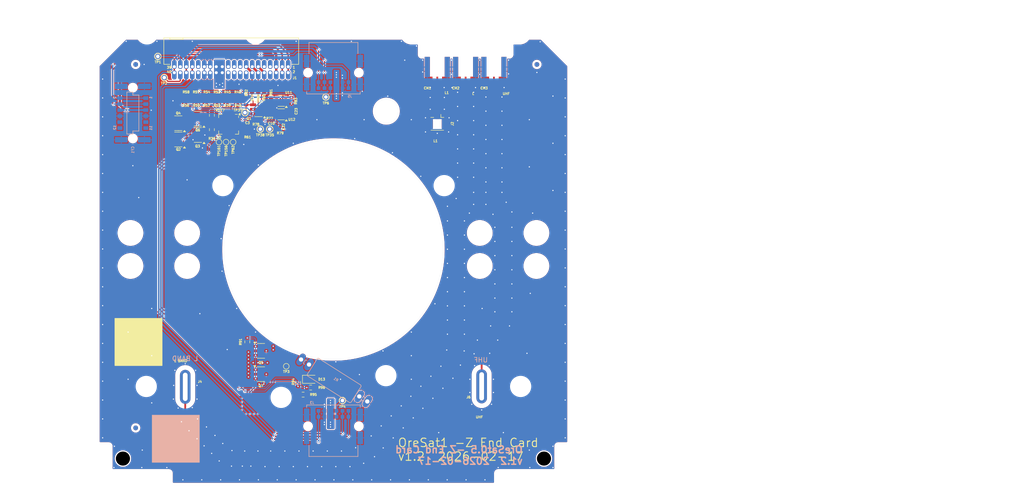
<source format=kicad_pcb>
(kicad_pcb (version 20241229) (generator "pcbnew") (generator_version "9.0")
  (title_block (title "OreSat1 -Z End Card") (date "2026-02-17") (rev "v1.2") (company "Portland State Aerospace Society"))
  (layers (0 "F.Cu" signal) (4 "In1.Cu" signal) (6 "In2.Cu" signal) (2 "B.Cu" signal) (13 "F.Paste" user) (15 "B.Paste" user) (5 "F.SilkS" user "F.Silkscreen") (7 "B.SilkS" user "B.Silkscreen") (1 "F.Mask" user) (3 "B.Mask" user) (25 "Edge.Cuts" user))
  (net 0 "")
  (net 1 "/MAG-SDA")
  (net 2 "GND")
  (net 3 "/MAG-SCL")
  (net 4 "/MAG-POWER")
  (net 9 "/L1BAND")
  (net 10 "/LBAND")
  (net 11 "/UHF")
  (net 12 "/CAN1_H")
  (net 13 "/CAN1_L")
  (net 14 "/C3-UART-TX")
  (net 17 "/C3-UART-RX")
  (net 18 "VPD")
  (net 19 "Net-(U12-INP)")
  (net 20 "Net-(U11-INP)")
  (net 21 "Net-(D13-Pad2)")
  (net 22 "/OPD/TURNSTILE_DEPLOY")
  (net 32 "/~{SD}")
  (net 33 "VBUS")
  (net 34 "/-X_AUX")
  (net 35 "/+X_AUX")
  (net 36 "OPD_SCL")
  (net 37 "OPD_SDA")
  (net 38 "unconnected-(J1-Pad9)")
  (net 39 "OPD_PWR")
  (net 40 "/OPD/OPD-SDA-INT")
  (net 41 "Net-(Q1B-G)")
  (net 42 "Net-(Q1A-G)")
  (net 43 "Net-(Q1B-S)")
  (net 44 "/OPD/OPD-SCL-INT")
  (net 45 "Net-(Q1A-S)")
  (net 46 "Net-(Q2-D)")
  (net 47 "Net-(Q2-S)")
  (net 48 "/OPD/FIRE_ANTENNAS_1")
  (net 49 "/OPD/FIRE_ANTENNAS_2")
  (net 50 "Net-(Q4-S)")
  (net 51 "Net-(Q5A-D)")
  (net 52 "Net-(Q7A-D)")
  (net 53 "/OPD/AD0")
  (net 54 "/OPD/AD1")
  (net 55 "/OPD/AD2")
  (net 56 "Net-(U2-~{RESET})")
  (net 57 "Net-(U12-OUT)")
  (net 58 "Net-(U11-OUT)")
  (net 59 "/OPD/READ_ANTENNAS")
  (net 60 "/OPD/TEST_ANTENNAS")
  (footprint "oresat-misc:TestPoint_Pad_D1.0mm" (layer "F.Cu") (at 124.25 79.75)
    (property "Reference" "TP161")
    (property "Value" "Test-Point")
  )
  (footprint "MountingHole:MountingHole_5mm" (layer "F.Cu") (at 191.5 106)
    (property "Reference" "H108" (hide yes))
    (property "Value" "MountingHole")
  )
  (footprint "MountingHole:MountingHole_5mm" (layer "F.Cu") (at 105.5 106)
    (property "Reference" "H103" (hide yes))
    (property "Value" "MountingHole")
  )
  (footprint "oresat-passives:0603-C-NOSILK" (layer "F.Cu") (at 128.233344 70 180)
    (property "Reference" "R40")
    (property "Value" "1k")
  )
  (footprint "oresat-connectors:J-MOLEX-SMPM-073300-002X" (layer "F.Cu") (at 176.500002 61.699993)
    (property "Reference" "CM2")
    (property "Value" "J-MOLEX-SMPM-73300-003X" (hide yes))
  )
  (footprint "oresat-misc:TestPoint_Pad_D1.0mm" (layer "F.Cu") (at 138.5 127.25)
    (property "Reference" "TP3")
    (property "Value" "Test-Point")
  )
  (footprint "oresat-misc:TestPoint-0.75mm-th" (layer "F.Cu") (at 146.9 70.2 90)
    (property "Reference" "TP6")
    (property "Value" "TEST-POINT-LARGE-SQUARE" (hide yes))
  )
  (footprint "oresat-misc:TestPoint_Pad_D1.0mm" (layer "F.Cu") (at 125.75 79.75)
    (property "Reference" "TP156")
    (property "Value" "Test-Point")
  )
  (footprint "MountingHole:MountingHole_5mm" (layer "F.Cu") (at 117.5 106)
    (property "Reference" "H104" (hide yes))
    (property "Value" "MountingHole")
  )
  (footprint "oresat-connectors:J-MOLEX-SMPM-073300-002X" (layer "F.Cu") (at 182.500002 61.699993)
    (property "Reference" "CM3")
    (property "Value" "J-MOLEX-SMPM-73300-003X" (hide yes))
  )
  (footprint "Package_TO_SOT_SMD:SOT-23-6" (layer "F.Cu") (at 133.1375 123.975)
    (property "Reference" "Q5")
    (property "Value" "DMP2240UDM-7")
  )
  (footprint "Package_TO_SOT_SMD:SOT-353_SC-70-5" (layer "F.Cu") (at 137.437118 73.861646 180)
    (property "Reference" "U12")
    (property "Value" "MIC842LYC5")
  )
  (footprint "MountingHole:MountingHole_5mm" (layer "F.Cu") (at 191.5 99)
    (property "Reference" "H107" (hide yes))
    (property "Value" "MountingHole")
  )
  (footprint "oresat-passives:0603-C-NOSILK" (layer "F.Cu") (at 121.646368 70)
    (property "Reference" "R54")
    (property "Value" "1k")
  )
  (footprint "Resistor_SMD:R_0603_1608Metric" (layer "F.Cu") (at 142.075 133.25)
    (property "Reference" "R95")
    (property "Value" "10k")
  )
  (footprint "oresat-passives:0603-C-NOSILK" (layer "F.Cu") (at 135.25 71.05 -90)
    (property "Reference" "R81")
    (property "Value" "665k")
  )
  (footprint "oresat-pcbs:ORESAT-CARD-V1.3-3RF" (layer "F.Cu") (at 148.5 102.5)
    (property "Reference" "PCB1" (hide yes))
    (property "Value" "ORESAT-CARD-V1.3-GENERIC-3RF" (hide yes))
    (fp_line (start -49.9 -39) (end -49.9 40.7) (stroke (width 0.001)) (layer "Edge.Cuts"))
    (fp_line (start -49.4 41.2) (end -47.65 41.2) (stroke (width 0.001)) (layer "Edge.Cuts"))
    (fp_line (start -47.15 41.7) (end -47.15 46.4) (stroke (width 0.001)) (layer "Edge.Cuts"))
    (fp_line (start -46.65 46.9) (end -34.9 46.9) (stroke (width 0.001)) (layer "Edge.Cuts"))
    (fp_line (start -44.1 -44.8) (end -49.9 -39) (stroke (width 0.001)) (layer "Edge.Cuts"))
    (fp_line (start -41.23205 -44.8) (end -44.1 -44.8) (stroke (width 0.001)) (layer "Edge.Cuts"))
    (fp_line (start -34.4 47.4) (end -34.4 49.3) (stroke (width 0.001)) (layer "Edge.Cuts"))
    (fp_line (start -33.9 49.8) (end 33.9 49.8) (stroke (width 0.001)) (layer "Edge.Cuts"))
    (fp_line (start -18.23205 -44.8) (end -37.76795 -44.8) (stroke (width 0.001)) (layer "Edge.Cuts"))
    (fp_line (start 14.76795 -44.8) (end -14.76795 -44.8) (stroke (width 0.001)) (layer "Edge.Cuts"))
    (fp_line (start 16.5 -43.8) (end 17.73205 -43.8) (stroke (width 0.001)) (layer "Edge.Cuts"))
    (fp_line (start 18.23205 -43.3) (end 18.23205 -41.3) (stroke (width 0.001)) (layer "Edge.Cuts"))
    (fp_line (start 18.73205 -40.8) (end 20.41 -40.8) (stroke (width 0.001)) (layer "Edge.Cuts"))
    (fp_line (start 20.41 -40.8) (end 20.41 -37.1) (stroke (width 0.001)) (layer "Edge.Cuts"))
    (fp_line (start 20.91 -36.6) (end 23.09 -36.6) (stroke (width 0.001)) (layer "Edge.Cuts"))
    (fp_line (start 23.59 -37.1) (end 23.59 -40.8) (stroke (width 0.001)) (layer "Edge.Cuts"))
    (fp_line (start 26.41 -40.8) (end 23.59 -40.8) (stroke (width 0.001)) (layer "Edge.Cuts"))
    (fp_line (start 26.41 -37.1) (end 26.41 -40.8) (stroke (width 0.001)) (layer "Edge.Cuts"))
    (fp_line (start 26.91 -36.6) (end 29.09 -36.6) (stroke (width 0.001)) (layer "Edge.Cuts"))
    (fp_line (start 29.59 -37.1) (end 29.59 -40.8) (stroke (width 0.001)) (layer "Edge.Cuts"))
    (fp_line (start 32.41 -40.8) (end 29.59 -40.8) (stroke (width 0.001)) (layer "Edge.Cuts"))
    (fp_line (start 32.41 -37.1) (end 32.41 -40.8) (stroke (width 0.001)) (layer "Edge.Cuts"))
    (fp_line (start 32.91 -36.6) (end 35.09 -36.6) (stroke (width 0.001)) (layer "Edge.Cuts"))
    (fp_line (start 34.4 49.3) (end 34.4 47.4) (stroke (width 0.001)) (layer "Edge.Cuts"))
    (fp_line (start 34.9 46.9) (end 46.65 46.9) (stroke (width 0.001)) (layer "Edge.Cuts"))
    (fp_line (start 35.59 -37.1) (end 35.59 -40.8) (stroke (width 0.001)) (layer "Edge.Cuts"))
    (fp_line (start 37.26795 -40.8) (end 35.59 -40.8) (stroke (width 0.001)) (layer "Edge.Cuts"))
    (fp_line (start 37.76795 -43.3) (end 37.76795 -41.3) (stroke (width 0.001)) (layer "Edge.Cuts"))
    (fp_line (start 39.5 -43.8) (end 38.26795 -43.8) (stroke (width 0.001)) (layer "Edge.Cuts"))
    (fp_line (start 44.1 -44.8) (end 41.23205 -44.8) (stroke (width 0.001)) (layer "Edge.Cuts"))
    (fp_line (start 47.15 46.4) (end 47.15 41.7) (stroke (width 0.001)) (layer "Edge.Cuts"))
    (fp_line (start 47.65 41.2) (end 49.4 41.2) (stroke (width 0.001)) (layer "Edge.Cuts"))
    (fp_line (start 49.9 -39) (end 44.1 -44.8) (stroke (width 0.001)) (layer "Edge.Cuts"))
    (fp_line (start 49.9 40.7) (end 49.9 -39) (stroke (width 0.001)) (layer "Edge.Cuts"))
    (fp_arc (start -49.4 41.2) (mid -49.753553 41.053553) (end -49.9 40.7) (stroke (width 0.001)) (layer "Edge.Cuts"))
    (fp_arc (start -47.65 41.2) (mid -47.296447 41.346447) (end -47.15 41.7) (stroke (width 0.001)) (layer "Edge.Cuts"))
    (fp_arc (start -46.65 46.9) (mid -47.003553 46.753553) (end -47.15 46.4) (stroke (width 0.001)) (layer "Edge.Cuts"))
    (fp_arc (start -37.767951 -44.799999) (mid -39.500001 -43.800001) (end -41.23205 -44.8) (stroke (width 0.001)) (layer "Edge.Cuts"))
    (fp_arc (start -34.9 46.9) (mid -34.546447 47.046447) (end -34.4 47.4) (stroke (width 0.001)) (layer "Edge.Cuts"))
    (fp_arc (start -33.9 49.8) (mid -34.253553 49.653553) (end -34.4 49.3) (stroke (width 0.001)) (layer "Edge.Cuts"))
    (fp_arc (start -14.767951 -44.799999) (mid -16.500001 -43.800001) (end -18.23205 -44.8) (stroke (width 0.001)) (layer "Edge.Cuts"))
    (fp_arc (start 16.499999 -43.8) (mid 15.5 -44.067949) (end 14.76795 -44.8) (stroke (width 0.001)) (layer "Edge.Cuts"))
    (fp_arc (start 17.73205 -43.8) (mid 18.085606 -43.653542) (end 18.23205 -43.3) (stroke (width 0.001)) (layer "Edge.Cuts"))
    (fp_arc (start 18.73205 -40.8) (mid 18.378494 -40.946458) (end 18.23205 -41.3) (stroke (width 0.001)) (layer "Edge.Cuts"))
    (fp_arc (start 20.91 -36.6) (mid 20.556447 -36.746447) (end 20.41 -37.1) (stroke (width 0.001)) (layer "Edge.Cuts"))
    (fp_arc (start 23.59 -37.1) (mid 23.443553 -36.746447) (end 23.09 -36.6) (stroke (width 0.001)) (layer "Edge.Cuts"))
    (fp_arc (start 26.91 -36.6) (mid 26.556447 -36.746447) (end 26.41 -37.1) (stroke (width 0.001)) (layer "Edge.Cuts"))
    (fp_arc (start 29.59 -37.1) (mid 29.443553 -36.746447) (end 29.09 -36.6) (stroke (width 0.001)) (layer "Edge.Cuts"))
    (fp_arc (start 32.91 -36.6) (mid 32.556447 -36.746447) (end 32.41 -37.1) (stroke (width 0.001)) (layer "Edge.Cuts"))
    (fp_arc (start 34.4 47.4) (mid 34.546447 47.046447) (end 34.9 46.9) (stroke (width 0.001)) (layer "Edge.Cuts"))
    (fp_arc (start 34.4 49.3) (mid 34.253553 49.653553) (end 33.9 49.8) (stroke (width 0.001)) (layer "Edge.Cuts"))
    (fp_arc (start 35.59 -37.1) (mid 35.443553 -36.746447) (end 35.09 -36.6) (stroke (width 0.001)) (layer "Edge.Cuts"))
    (fp_arc (start 37.76795 -43.3) (mid 37.9144 -43.653536) (end 38.26795 -43.8) (stroke (width 0.001)) (layer "Edge.Cuts"))
    (fp_arc (start 37.76795 -41.3) (mid 37.6215 -40.946464) (end 37.26795 -40.8) (stroke (width 0.001)) (layer "Edge.Cuts"))
    (fp_arc (start 41.232049 -44.8) (mid 40.499999 -44.06795) (end 39.5 -43.8) (stroke (width 0.001)) (layer "Edge.Cuts"))
    (fp_arc (start 47.15 41.7) (mid 47.296447 41.346447) (end 47.65 41.2) (stroke (width 0.001)) (layer "Edge.Cuts"))
    (fp_arc (start 47.15 46.4) (mid 47.003553 46.753553) (end 46.65 46.9) (stroke (width 0.001)) (layer "Edge.Cuts"))
    (fp_arc (start 49.9 40.7) (mid 49.753553 41.053553) (end 49.4 41.2) (stroke (width 0.001)) (layer "Edge.Cuts"))
  )
  (footprint "Package_TO_SOT_SMD:SOT-23-3" (layer "F.Cu") (at 115.638871 79.195254 180)
    (property "Reference" "Q2")
    (property "Value" "PMV45EN")
  )
  (footprint "Package_TO_SOT_SMD:SOT-23-6" (layer "F.Cu") (at 132.6125 72.8 180)
    (property "Reference" "Q1")
    (property "Value" "DMP2240UDM")
  )
  (footprint "oresat-connectors:J-SAMTEC-TFM-120-X1-XXX-D-RA" (layer "F.Cu") (at 126.846502 64.410793)
    (property "Reference" "J1")
    (property "Value" "J-SAMTEC-TFM-120-01-L-D-RA")
  )
  (footprint "oresat-misc:TestPoint-0.75mm-th" (layer "F.Cu") (at 129.75 73.5)
    (property "Reference" "TP37")
    (property "Value" "Test-Point" (hide yes))
  )
  (footprint "oresat-passives:0603-C-NOSILK" (layer "F.Cu") (at 128.233344 71.094343)
    (property "Reference" "R46")
    (property "Value" "1k")
  )
  (footprint "oresat-connectors:J-MOLEX-SMPM-073300-002X" (layer "F.Cu") (at 170.500009 61.700003)
    (property "Reference" "CM1")
    (property "Value" "J-MOLEX-SMPM-73300-003X" (hide yes))
  )
  (footprint "MountingHole:MountingHole_5mm" (layer "F.Cu") (at 117.5 99)
    (property "Reference" "H102" (hide yes))
    (property "Value" "MountingHole")
  )
  (footprint "oresat-passives:0603-C-NOSILK" (layer "F.Cu") (at 135.248834 73.252984 -90)
    (property "Reference" "R77")
    (property "Value" "665k")
  )
  (footprint "Diode_SMD:D_SOD-323" (layer "F.Cu") (at 143.55 130)
    (property "Reference" "D13")
    (property "Value" "1N4151WS")
  )
  (footprint "Resistor_SMD:R_0603_1608Metric" (layer "F.Cu") (at 122.75 74.075 90)
    (property "Reference" "R117")
    (property "Value" "10k")
  )
  (footprint "oresat-misc:TestPoint-0.75mm-th" (layer "F.Cu") (at 111.300002 61.599993)
    (property "Reference" "TP1")
    (property "Value" "TEST-POINT-LARGE-SQUARE" (hide yes))
  )
  (footprint "oresat-passives:0603-C-NOSILK" (layer "F.Cu") (at 121.646368 71.094343 180)
    (property "Reference" "R52")
    (property "Value" "1k")
  )
  (footprint "MountingHole:MountingHole_5mm" (layer "F.Cu") (at 179.5 99)
    (property "Reference" "H105" (hide yes))
    (property "Value" "MountingHole")
  )
  (footprint "oresat-misc:TestPoint-0.75mm-th" (layer "F.Cu") (at 150.4 134.5 90)
    (property "Reference" "TP4")
    (property "Value" "TEST-POINT-LARGE-SQUARE" (hide yes))
  )
  (footprint "Package_TO_SOT_SMD:SOT-353_SC-70-5" (layer "F.Cu") (at 137.434064 71.003054 180)
    (property "Reference" "U11")
    (property "Value" "MIC842LYC5")
  )
  (footprint "oresat-passives:0603-C-NOSILK" (layer "F.Cu") (at 132.208349 75.076336 180)
    (property "Reference" "R78")
    (property "Value" "330k")
  )
  (footprint "oresat-misc:tape-measure-slot-antenna" (layer "F.Cu") (at 179.9 131.5 90)
    (property "Reference" "J6")
    (property "Value" "~")
  )
  (footprint "oresat-passives:0603-C-NOSILK" (layer "F.Cu") (at 119.45 70 180)
    (property "Reference" "R57")
    (property "Value" "1k")
  )
  (footprint "oresat-passives:0603-C-NOSILK" (layer "F.Cu") (at 129.990836 71.168341 -90)
    (property "Reference" "R82")
    (property "Value" "330k")
  )
  (footprint "oresat-misc:TestPoint-0.75mm-th" (layer "F.Cu") (at 135 77 -90)
    (property "Reference" "TP35")
    (property "Value" "Test-Point" (hide yes))
  )
  (footprint "oresat-passives:0603-C-NOSILK" (layer "F.Cu") (at 130.3 76.5 180)
    (property "Reference" "C3")
    (property "Value" "100n")
  )
  (footprint "oresat-passives:0603-C-NOSILK" (layer "F.Cu") (at 138.869033 76.438152 -90)
    (property "Reference" "C22")
    (property "Value" "1u")
  )
  (footprint "oresat-misc:TestPoint_Pad_D1.0mm" (layer "F.Cu") (at 127.25 79.75)
    (property "Reference" "TP62")
    (property "Value" "Test-Point")
  )
  (footprint "Resistor_SMD:R_0603_1608Metric" (layer "F.Cu") (at 122.749999 77.118323 -90)
    (property "Reference" "R30")
    (property "Value" "10k")
  )
  (footprint "oresat-misc:tape-measure-slot-antenna" (layer "F.Cu") (at 117.1 131.6 90)
    (property "Reference" "J4")
    (property "Value" "~")
  )
  (footprint "oresat-passives:0603-C-NOSILK" (layer "F.Cu") (at 126.038463 70)
    (property "Reference" "R45")
    (property "Value" "1k")
  )
  (footprint "Resistor_SMD:R_0603_1608Metric" (layer "F.Cu") (at 143.675 131.75)
    (property "Reference" "R96")
    (property "Value" "1k")
  )
  (footprint "Package_TO_SOT_SMD:SOT-23-3" (layer "F.Cu") (at 119.763204 74.799755 180)
    (property "Reference" "Q6")
    (property "Value" "PMV45EN")
  )
  (footprint "MountingHole:MountingHole_5mm" (layer "F.Cu") (at 179.5 106)
    (property "Reference" "H106" (hide yes))
    (property "Value" "MountingHole")
  )
  (footprint "oresat-passives:0603-C-NOSILK" (layer "F.Cu") (at 123.842408 71.094343)
    (property "Reference" "R55")
    (property "Value" "1k")
  )
  (footprint "MountingHole:MountingHole_5mm" (layer "F.Cu") (at 105.5 99)
    (property "Reference" "H101" (hide yes))
    (property "Value" "MountingHole")
  )
  (footprint "Resistor_SMD:R_0603_1608Metric" (layer "F.Cu") (at 130.25 122.075 90)
    (property "Reference" "R91")
    (property "Value" "10k")
  )
  (footprint "oresat-passives:0603-C-NOSILK" (layer "F.Cu") (at 117.250558 70)
    (property "Reference" "R58")
    (property "Value" "1k")
  )
  (footprint "Fiducial:Fiducial_1mm_Mask2mm" (layer "F.Cu") (at 191.600002 63.299993)
    (property "Reference" "FID3" (hide yes))
    (property "Value" "Fiducial" (hide yes))
  )
  (footprint "oresat-passives:0603-C-NOSILK" (layer "F.Cu") (at 117.250558 71.094343 180)
    (property "Reference" "R56")
    (property "Value" "1k")
  )
  (footprint "oresat-passives:0603-C-NOSILK" (layer "F.Cu") (at 131.25 68.5 -90)
    (property "Reference" "R24")
    (property "Value" "10")
  )
  (footprint "Package_TO_SOT_SMD:SOT-23-3" (layer "F.Cu") (at 119.781663 78.245254 180)
    (property "Reference" "Q3")
    (property "Value" "PMV45EN")
  )
  (footprint "Package_DFN_QFN:QFN-16-1EP_4x4mm_P0.65mm_EP2.1x2.1mm" (layer "F.Cu") (at 126.3 75.975 -90)
    (property "Reference" "U2")
    (property "Value" "MAX7310")
  )
  (footprint "oresat-passives:0603-C-NOSILK" (layer "F.Cu") (at 133.831502 68.5 -90)
    (property "Reference" "R60")
    (property "Value" "100")
  )
  (footprint "Connector_Coaxial:U.FL_Hirose_U.FL-R-SMT-1_Vertical" (layer "F.Cu") (at 170.5 75.4 -90)
    (property "Reference" "J2")
    (property "Value" "U.FL-R-SMT-1")
  )
  (footprint "oresat-passives:0603-C-NOSILK" (layer "F.Cu") (at 132.561502 68.5 -90)
    (property "Reference" "R80")
    (property "Value" "100")
  )
  (footprint "Fiducial:Fiducial_1mm_Mask2mm" (layer "F.Cu") (at 106.600002 140.299993)
    (property "Reference" "FID1" (hide yes))
    (property "Value" "Fiducial" (hide yes))
  )
  (footprint "oresat-passives:0603-C-NOSILK" (layer "F.Cu") (at 137.2 77 180)
    (property "Reference" "R79")
    (property "Value" "1M")
  )
  (footprint "oresat-passives:0603-C-NOSILK" (layer "F.Cu") (at 139.610814 70.967772 90)
    (property "Reference" "R83")
    (property "Value" "1M")
  )
  (footprint "oresat-passives:0603-C-NOSILK" (layer "F.Cu") (at 119.45 71.094343)
    (property "Reference" "R59")
    (property "Value" "1k")
  )
  (footprint "Package_TO_SOT_SMD:SOT-23-3" (layer "F.Cu") (at 115.6375 75.75 180)
    (property "Reference" "Q4")
    (property "Value" "PMV45EN")
  )
  (footprint "Resistor_SMD:R_0603_1608Metric" (layer "F.Cu") (at 141 130.675 -90)
    (property "Reference" "R94")
    (property "Value" "47k")
  )
  (footprint "oresat-passives:0603-C-NOSILK" (layer "F.Cu") (at 139.610814 73.165424 -90)
    (property "Reference" "C23")
    (property "Value" "1u")
  )
  (footprint "oresat-misc:TestPoint-0.75mm-th" (layer "F.Cu") (at 112.647902 66.087193)
    (property "Reference" "TP2")
    (property "Value" "TEST-POINT-LARGE-SQUARE" (hide yes))
  )
  (footprint "Fiducial:Fiducial_1mm_Mask2mm" (layer "F.Cu") (at 106.600002 63.299993)
    (property "Reference" "FID2" (hide yes))
    (property "Value" "Fiducial" (hide yes))
  )
  (footprint "oresat-passives:0603-C-NOSILK" (layer "F.Cu") (at 137.21724 75.819118 180)
    (property "Reference" "C10")
    (property "Value" "100n")
  )
  (footprint "oresat-misc:TestPoint-0.75mm-th" (layer "F.Cu") (at 133 77)
    (property "Reference" "TP38")
    (property "Value" "Test-Point" (hide yes))
  )
  (footprint "Package_TO_SOT_SMD:SOT-23-6" (layer "F.Cu") (at 133.1375 128.925)
    (property "Reference" "Q7")
    (property "Value" "DMP2240UDM-7")
  )
  (footprint "oresat-passives:0603-C-NOSILK" (layer "F.Cu") (at 126.038463 71.094343 180)
    (property "Reference" "R39")
    (property "Value" "1k")
  )
  (footprint "oresat-passives:0603-C-NOSILK" (layer "F.Cu") (at 123.842408 70 180)
    (property "Reference" "R53")
    (property "Value" "1k")
  )
  (footprint "oresat-passives:0603-C-NOSILK" (layer "F.Cu") (at 130.3 77.75)
    (property "Reference" "R61")
    (property "Value" "10k")
  )
  (footprint "Fiducial:Fiducial_1mm_Mask2mm" (layer "B.Cu") (at 106.600002 63.299993 -90)
    (property "Reference" "FID4" (hide yes))
    (property "Value" "Fiducial")
  )
  (footprint "oresat-connectors:J-Harwin-M55-7101242R" (layer "B.Cu") (at 148.500002 139.949993 180)
    (property "Reference" "J3")
    (property "Value" "Harwin M55-7101242R" (hide yes))
  )
  (footprint "oresat-passives:R-PAC100-FOR-MELTWIRE" (layer "B.Cu") (at 148.64982 130.253054 -122.35)
    (property "Reference" "R1")
    (property "Value" "7.5 1W" (hide yes))
  )
  (footprint "oresat-misc:M2-Press-Fit-Nut" (layer "B.Cu") (at 188.15971 131.52272 180)
    (property "Reference" "HW1" (hide yes))
    (property "Value" "M2-Press-Fit-Nut" (hide yes))
  )
  (footprint "oresat-misc:M2-Press-Fit-Nut" (layer "B.Cu") (at 137.412902 133.834934 180)
    (property "Reference" "HW3" (hide yes))
    (property "Value" "M2-Press-Fit-Nut" (hide yes))
  )
  (footprint "oresat-misc:M2-Press-Fit-Nut" (layer "B.Cu") (at 171.950274 88.97362 180)
    (property "Reference" "HW5" (hide yes))
    (property "Value" "M2-Press-Fit-Nut" (hide yes))
  )
  (footprint "oresat-connectors:J-Harwin-M55-60X1242R" (layer "B.Cu") (at 106.000002 73.599993 -90)
    (property "Reference" "CF1")
    (property "Value" "J-HARWIN-M55-6001242R" (hide yes))
  )
  (footprint "Fiducial:Fiducial_1mm_Mask2mm" (layer "B.Cu") (at 191.600002 63.299993 180)
    (property "Reference" "FID5" (hide yes))
    (property "Value" "Fiducial")
  )
  (footprint "oresat-misc:M2-Press-Fit-Nut" (layer "B.Cu") (at 125.07553 88.97362 180)
    (property "Reference" "HW6" (hide yes))
    (property "Value" "M2-Press-Fit-Nut" (hide yes))
  )
  (footprint "oresat-misc:M2-Press-Fit-Nut" (layer "B.Cu") (at 159.612902 129.233485 180)
    (property "Reference" "HW2" (hide yes))
    (property "Value" "M2-Press-Fit-Nut" (hide yes))
  )
  (footprint "oresat-misc:M2-Press-Fit-Nut" (layer "B.Cu") (at 108.84029 131.52272 180)
    (property "Reference" "HW4" (hide yes))
    (property "Value" "M2-Press-Fit-Nut" (hide yes))
  )
  (footprint "Fiducial:Fiducial_1mm_Mask2mm" (layer "B.Cu") (at 106.600002 140.299993 180)
    (property "Reference" "FID6" (hide yes))
    (property "Value" "Fiducial")
  )
  (footprint "oresat-connectors:J-Harwin-M55-7101242R" (layer "B.Cu") (at 148.5 65.05)
    (property "Reference" "J5")
    (property "Value" "Harwin M55-7101242R" (hide yes))
  )
  (gr_rect (start 102.2 117.1) (end 112.2 127.1) (stroke (width 0.12)) (fill yes) (layer "F.SilkS"))
  (gr_rect (start 110.1 137.6) (end 120.1 147.6) (stroke (width 0.12)) (fill yes) (layer "B.SilkS"))
  (gr_circle (center 159.7 73.2) (end 162.2 73.2) (stroke (width 0.01)) (fill no) (layer "Edge.Cuts"))
  (gr_circle (center 148.5 102.5) (end 171.7 102.5) (stroke (width 0.01)) (fill no) (layer "Edge.Cuts"))
  (gr_text "L BAND" (at 114.7 126.4 0) (layer "F.SilkS") (effects (font (size 0.5 0.5) (thickness 0.125)) (justify left bottom)))
  (gr_text "${TITLE}\n${REVISION}  ${ISSUE_DATE}" (at 162.05 147.4 0) (layer "F.SilkS") (effects (font (size 1.8 1.8) (thickness 0.2)) (justify left bottom)))
  (gr_text "L1" (at 169.6 79.8 0) (layer "F.SilkS") (effects (font (size 0.5 0.5) (thickness 0.125)) (justify left bottom)))
  (gr_text "L1\n" (at 172.5 69.3 0) (layer "F.SilkS") (effects (font (size 0.5 0.5) (thickness 0.125))))
  (gr_text "UHF" (at 178.6 138.3 0) (layer "F.SilkS") (effects (font (size 0.5 0.5) (thickness 0.125)) (justify left bottom)))
  (gr_text "L" (at 178.1 69.5 0) (layer "F.SilkS") (effects (font (size 0.5 0.5) (thickness 0.125))))
  (gr_text "UHF" (at 185.1 69.5 0) (layer "F.SilkS") (effects (font (size 0.5 0.5) (thickness 0.125))))
  (gr_text "L BAND" (at 119.9 126.2 0) (layer "B.SilkS") (effects (font (size 1 1)) (justify left bottom mirror)))
  (gr_text "OreSat0.5 -Z End Card\n${REVISION}  ${ISSUE_DATE}" (at 188.75 148.2 0) (layer "B.SilkS") (effects (font (size 1.5 1.5) (thickness 0.3) (bold yes)) (justify left bottom mirror)))
  (gr_text "UHF" (at 181.3 126.5 0) (layer "B.SilkS") (effects (font (size 1 1)) (justify left bottom mirror)))
  (segment (start 106.049302 59.299993) (end 137.100002 59.299993) (width 0.3) (layer "F.Cu") (net 1))
  (segment (start 101.954502 63.394793) (end 106.049302 59.299993) (width 0.3) (layer "F.Cu") (net 1))
  (segment (start 137.100002 59.299993) (end 138.915002 61.114993) (width 0.3) (layer "F.Cu") (net 1))
  (segment (start 138.915002 61.114993) (end 138.915002 65.034993) (width 0.3) (layer "F.Cu") (net 1))
  (segment (start 101.929102 63.394793) (end 101.954502 63.394793) (width 0.3) (layer "F.Cu") (net 1))
  (via (at 101.929102 63.394793) (size 0.4572) (drill 0.254) (layers "F.Cu" "B.Cu") (net 1))
  (segment (start 101.700502 69.719393) (end 102.406102 70.424993) (width 0.3) (layer "B.Cu") (net 1))
  (segment (start 101.929102 63.394793) (end 101.700502 63.623393) (width 0.3) (layer "B.Cu") (net 1))
  (segment (start 102.406102 70.424993) (end 108.750002 70.424993) (width 0.3) (layer "B.Cu") (net 1))
  (segment (start 101.700502 63.623393) (end 101.700502 69.719393) (width 0.3) (layer "B.Cu") (net 1))
  (via (at 182.3 95.05) (size 0.4572) (drill 0.254) (layers "F.Cu" "B.Cu") (net 2))
  (via (at 180.8 88.2) (size 0.4572) (drill 0.254) (layers "F.Cu" "B.Cu") (net 2))
  (via (at 176.25 102.45) (size 0.4572) (drill 0.254) (layers "F.Cu" "B.Cu") (net 2))
  (via (at 136.75 67.75) (size 0.4572) (drill 0.254) (layers "F.Cu" "B.Cu") (net 2))
  (via (at 184.2 79.2) (size 0.4572) (drill 0.254) (layers "F.Cu" "B.Cu") (net 2))
  (via (at 160 70) (size 0.4572) (drill 0.254) (layers "F.Cu" "B.Cu") (net 2))
  (via (at 197.600002 90.399993) (size 0.4572) (drill 0.254) (layers "F.Cu" "B.Cu") (net 2))
  (via (at 152 148.5) (size 0.4572) (drill 0.254) (layers "F.Cu" "B.Cu") (net 2))
  (via (at 159 124) (size 0.4572) (drill 0.254) (layers "F.Cu" "B.Cu") (net 2))
  (via (at 99.600002 114.399993) (size 0.4572) (drill 0.254) (layers "F.Cu" "B.Cu") (net 2))
  (via (at 108 145) (size 0.4572) (drill 0.254) (layers "F.Cu" "B.Cu") (net 2))
  (via (at 180.8 70.2) (size 0.4572) (drill 0.254) (layers "F.Cu" "B.Cu") (net 2))
  (via (at 172.9 77.6) (size 0.4572) (drill 0.254) (layers "F.Cu" "B.Cu") (net 2))
  (via (at 136.5 72.5) (size 0.4572) (drill 0.254) (layers "F.Cu" "B.Cu") (net 2))
  (via (at 140.600002 58.399993) (size 0.4572) (drill 0.254) (layers "F.Cu" "B.Cu") (net 2))
  (via (at 171.956902 68.195393) (size 0.4572) (drill 0.254) (layers "F.Cu" "B.Cu") (net 2))
  (via (at 107.900002 148.699993) (size 0.4572) (drill 0.254) (layers "F.Cu" "B.Cu") (net 2))
  (via (at 109.900002 72.999993) (size 0.4572) (drill 0.254) (layers "F.Cu" "B.Cu") (net 2))
  (via (at 182.7 103.8) (size 0.4572) (drill 0.254) (layers "F.Cu" "B.Cu") (net 2))
  (via (at 180.8 90.4) (size 0.4572) (drill 0.254) (layers "F.Cu" "B.Cu") (net 2))
  (via (at 99.600002 102.399993) (size 0.4572) (drill 0.254) (layers "F.Cu" "B.Cu") (net 2))
  (via (at 160.742641 137.757359) (size 0.4572) (drill 0.254) (layers "F.Cu" "B.Cu") (net 2))
  (via (at 126 123.7) (size 0.4572) (drill 0.254) (layers "F.Cu" "B.Cu") (net 2))
  (via (at 172 70.3) (size 0.4572) (drill 0.254) (layers "F.Cu" "B.Cu") (net 2))
  (via (at 99.600002 122.399993) (size 0.4572) (drill 0.254) (layers "F.Cu" "B.Cu") (net 2))
  (via (at 169.566905 134.024264) (size 0.4572) (drill 0.254) (layers "F.Cu" "B.Cu") (net 2))
  (via (at 179 121.7) (size 0.4572) (drill 0.254) (layers "F.Cu" "B.Cu") (net 2))
  (via (at 110 115) (size 0.4572) (drill 0.254) (layers "F.Cu" "B.Cu") (net 2))
  (via (at 180.8 92.95) (size 0.4572) (drill 0.254) (layers "F.Cu" "B.Cu") (net 2))
  (via (at 172.5 123.8) (size 0.4572) (drill 0.254) (layers "F.Cu" "B.Cu") (net 2))
  (via (at 120.75 81) (size 0.4572) (drill 0.254) (layers "F.Cu" "B.Cu") (net 2))
  (via (at 150.4 69.3) (size 0.4572) (drill 0.254) (layers "F.Cu" "B.Cu") (net 2))
  (via (at 170 114) (size 0.4572) (drill 0.254) (layers "F.Cu" "B.Cu") (net 2))
  (via (at 166.100002 59.399993) (size 0.4572) (drill 0.254) (layers "F.Cu" "B.Cu") (net 2))
  (via (at 119.6 142.6) (size 0.4572) (drill 0.254) (layers "F.Cu" "B.Cu") (net 2))
  (via (at 197.600002 142.399993) (size 0.4572) (drill 0.254) (layers "F.Cu" "B.Cu") (net 2))
  (via (at 140 80) (size 0.4572) (drill 0.254) (layers "F.Cu" "B.Cu") (net 2))
  (via (at 105 130) (size 0.4572) (drill 0.254) (layers "F.Cu" "B.Cu") (net 2))
  (via (at 150.4 69.9) (size 0.4572) (drill 0.254) (layers "F.Cu" "B.Cu") (net 2))
  (via (at 197.600002 66.399993) (size 0.4572) (drill 0.254) (layers "F.Cu" "B.Cu") (net 2))
  (via (at 150 130) (size 0.4572) (drill 0.254) (layers "F.Cu" "B.Cu") (net 2))
  (via (at 186.3 94.55) (size 0.4572) (drill 0.254) (layers "F.Cu" "B.Cu") (net 2))
  (via (at 197.600002 106.399993) (size 0.4572) (drill 0.254) (layers "F.Cu" "B.Cu") (net 2))
  (via (at 189.5 124.5) (size 0.4572) (drill 0.254) (layers "F.Cu" "B.Cu") (net 2))
  (via (at 159.045584 144.545584) (size 0.4572) (drill 0.254) (layers "F.Cu" "B.Cu") (net 2))
  (via (at 115.6 136.1) (size 0.4572) (drill 0.254) (layers "F.Cu" "B.Cu") (net 2))
  (via (at 164.9 133.6) (size 0.4572) (drill 0.254) (layers "F.Cu" "B.Cu") (net 2))
  (via (at 99.600002 70.399993) (size 0.4572) (drill 0.254) (layers "F.Cu" "B.Cu") (net 2))
  (via (at 161.166905 142.424264) (size 0.4572) (drill 0.254) (layers "F.Cu" "B.Cu") (net 2))
  (via (at 168 77.6) (size 0.4572) (drill 0.254) (layers "F.Cu" "B.Cu") (net 2))
  (via (at 176.25 96.45) (size 0.4572) (drill 0.254) (layers "F.Cu" "B.Cu") (net 2))
  (via (at 190.100002 148.699993) (size 0.4572) (drill 0.254) (layers "F.Cu" "B.Cu") (net 2))
  (via (at 168 74.6) (size 0.4572) (drill 0.254) (layers "F.Cu" "B.Cu") (net 2))
  (via (at 183.400002 148.699993) (size 0.4572) (drill 0.254) (layers "F.Cu" "B.Cu") (net 2))
  (via (at 140 148.5) (size 0.4572) (drill 0.254) (layers "F.Cu" "B.Cu") (net 2))
  (via (at 140.600002 151.299993) (size 0.4572) (drill 0.254) (layers "F.Cu" "B.Cu") (net 2))
  (via (at 110 125) (size 0.4572) (drill 0.254) (layers "F.Cu" "B.Cu") (net 2))
  (via (at 99.600002 90.399993) (size 0.4572) (drill 0.254) (layers "F.Cu" "B.Cu") (net 2))
  (via (at 197.600002 98.399993) (size 0.4572) (drill 0.254) (layers "F.Cu" "B.Cu") (net 2))
  (via (at 126.9 148.4) (size 0.4572) (drill 0.254) (layers "F.Cu" "B.Cu") (net 2))
  (via (at 175.4 127) (size 0.4572) (drill 0.254) (layers "F.Cu" "B.Cu") (net 2))
  (via (at 105 120) (size 0.4572) (drill 0.254) (layers "F.Cu" "B.Cu") (net 2))
  (via (at 117.9 140.9) (size 0.4572) (drill 0.254) (layers "F.Cu" "B.Cu") (net 2))
  (via (at 174.8 72.2) (size 0.4572) (drill 0.254) (layers "F.Cu" "B.Cu") (net 2))
  (via (at 186.3 109.8) (size 0.4572) (drill 0.254) (layers "F.Cu" "B.Cu") (net 2))
  (via (at 176.25 99.45) (size 0.4572) (drill 0.254) (layers "F.Cu" "B.Cu") (net 2))
  (via (at 149 148.5) (size 0.4572) (drill 0.254) (layers "F.Cu" "B.Cu") (net 2))
  (via (at 173.500002 62.399993) (size 0.4572) (drill 0.254) (layers "F.Cu" "B.Cu") (net 2))
  (via (at 145 75) (size 0.4572) (drill 0.254) (layers "F.Cu" "B.Cu") (net 2))
  (via (at 99.600002 86.399993) (size 0.4572) (drill 0.254) (layers "F.Cu" "B.Cu") (net 2))
  (via (at 147.2 145.2) (size 0.4572) (drill 0.254) (layers "F.Cu" "B.Cu") (net 2))
  (via (at 121.6 140.1) (size 0.4572) (drill 0.254) (layers "F.Cu" "B.Cu") (net 2))
  (via (at 176.25 108.45) (size 0.4572) (drill 0.254) (layers "F.Cu" "B.Cu") (net 2))
  (via (at 167.400002 62.399993) (size 0.4572) (drill 0.254) (layers "F.Cu" "B.Cu") (net 2))
  (via (at 113.200002 148.699993) (size 0.4572) (drill 0.254) (layers "F.Cu" "B.Cu") (net 2))
  (via (at 182 135.3) (size 0.4572) (drill 0.254) (layers "F.Cu" "B.Cu") (net 2))
  (via (at 134 148.5) (size 0.4572) (drill 0.254) (layers "F.Cu" "B.Cu") (net 2))
  (via (at 197.600002 94.399993) (size 0.4572) (drill 0.254) (layers "F.Cu" "B.Cu") (net 2))
  (via (at 110 135) (size 0.4572) (drill 0.254) (layers "F.Cu" "B.Cu") (net 2))
  (via (at 121.1 144.1) (size 0.4572) (drill 0.254) (layers "F.Cu" "B.Cu") (net 2))
  (via (at 171.263961 127.236039) (size 0.4572) (drill 0.254) (layers "F.Cu" "B.Cu") (net 2))
  (via (at 124.7 100.2) (size 0.4572) (drill 0.254) (layers "F.Cu" "B.Cu") (net 2))
  (via (at 177.3 94.8) (size 0.4572) (drill 0.254) (layers "F.Cu" "B.Cu") (net 2))
  (via (at 172.65 117.45) (size 0.4572) (drill 0.254) (layers "F.Cu" "B.Cu") (net 2))
  (via (at 180.600002 151.299993) (size 0.4572) (drill 0.254) (layers "F.Cu" "B.Cu") (net 2))
  (via (at 184.2 70.2) (size 0.4572) (drill 0.254) (layers "F.Cu" "B.Cu") (net 2))
  (via (at 165.409545 138.181623) (size 0.4572) (drill 0.254) (layers "F.Cu" "B.Cu") (net 2))
  (via (at 181.8 118.7) (size 0.4572) (drill 0.254) (layers "F.Cu" "B.Cu") (net 2))
  (via (at 197.600002 86.399993) (size 0.4572) (drill 0.254) (layers "F.Cu" "B.Cu") (net 2))
  (via (at 138.2 145.2) (size 0.4572) (drill 0.254) (layers "F.Cu" "B.Cu") (net 2))
  (via (at 174.8 84.2) (size 0.4572) (drill 0.254) (layers "F.Cu" "B.Cu") (net 2))
  (via (at 170.8 141.3) (size 0.4572) (drill 0.254) (layers "F.Cu" "B.Cu") (net 2))
  (via (at 99.600002 82.399993) (size 0.4572) (drill 0.254) (layers "F.Cu" "B.Cu") (net 2))
  (via (at 184.2 76.2) (size 0.4572) (drill 0.254) (layers "F.Cu" "B.Cu") (net 2))
  (via (at 158.62132 139.87868) (size 0.4572) (drill 0.254) (layers "F.Cu" "B.Cu") (net 2))
  (via (at 131 148.4) (size 0.4572) (drill 0.254) (layers "F.Cu" "B.Cu") (net 2))
  (via (at 165 130) (size 0.4572) (drill 0.254) (layers "F.Cu" "B.Cu") (net 2))
  (via (at 150.4 65.6) (size 0.4572) (drill 0.254) (layers "F.Cu" "B.Cu") (net 2))
  (via (at 180.8 79.2) (size 0.4572) (drill 0.254) (layers "F.Cu" "B.Cu") (net 2))
  (via (at 169 70.3) (size 0.4572) (drill 0.254) (layers "F.Cu" "B.Cu") (net 2))
  (via (at 177.8 135.3) (size 0.4572) (drill 0.254) (layers "F.Cu" "B.Cu") (net 2))
  (via (at 120.600002 151.299993) (size 0.4572) (drill 0.254) (layers "F.Cu" "B.Cu") (net 2))
  (via (at 197.600002 122.399993) (size 0.4572) (drill 0.254) (layers "F.Cu" "B.Cu") (net 2))
  (via (at 180.8 85.2) (size 0.4572) (drill 0.254) (layers "F.Cu" "B.Cu") (net 2))
  (via (at 184.2 73.2) (size 0.4572) (drill 0.254) (layers "F.Cu" "B.Cu") (net 2))
  (via (at 197.600002 82.399993) (size 0.4572) (drill 0.254) (layers "F.Cu" "B.Cu") (net 2))
  (via (at 176.25 105.45) (size 0.4572) (drill 0.254) (layers "F.Cu" "B.Cu") (net 2))
  (via (at 114.5 71) (size 0.4572) (drill 0.254) (layers "F.Cu" "B.Cu") (net 2))
  (via (at 190 85) (size 0.4572) (drill 0.254) (layers "F.Cu" "B.Cu") (net 2))
  (via (at 161 82) (size 0.4572) (drill 0.254) (layers "F.Cu" "B.Cu") (net 2))
  (via (at 181.6 124.5) (size 0.4572) (drill 0.254) (layers "F.Cu" "B.Cu") (net 2))
  (via (at 118.75 79.25) (size 0.4572) (drill 0.254) (layers "F.Cu" "B.Cu") (net 2))
  (via (at 184.656902 68.195393) (size 0.4572) (drill 0.254) (layers "F.Cu" "B.Cu") (net 2))
  (via (at 183.3 121.7) (size 0.4572) (drill 0.254) (layers "F.Cu" "B.Cu") (net 2))
  (via (at 119.6 131.3) (size 0.4572) (drill 0.254) (layers "F.Cu" "B.Cu") (net 2))
  (via (at 178.2 75.2) (size 0.4572) (drill 0.254) (layers "F.Cu" "B.Cu") (net 2))
  (via (at 111.100002 58.399993) (size 0.4572) (drill 0.254) (layers "F.Cu" "B.Cu") (net 2))
  (via (at 117.5 87.75) (size 0.4572) (drill 0.254) (layers "F.Cu" "B.Cu") (net 2))
  (via (at 144.600002 151.299993) (size 0.4572) (drill 0.254) (layers "F.Cu" "B.Cu") (net 2))
  (via (at 123.4 141.9) (size 0.4572) (drill 0.254) (layers "F.Cu" "B.Cu") (net 2))
  (via (at 176.25 120.45) (size 0.4572) (drill 0.254) (layers "F.Cu" "B.Cu") (net 2))
  (via (at 185.600002 65.299993) (size 0.4572) (drill 0.254) (layers "F.Cu" "B.Cu") (net 2))
  (via (at 195 90) (size 0.4572) (drill 0.254) (layers "F.Cu" "B.Cu") (net 2))
  (via (at 128.600002 151.299993) (size 0.4572) (drill 0.254) (layers "F.Cu" "B.Cu") (net 2))
  (via (at 172 72.8) (size 0.4572) (drill 0.254) (layers "F.Cu" "B.Cu") (net 2))
  (via (at 132 120) (size 0.4572) (drill 0.254) (layers "F.Cu" "B.Cu") (net 2))
  (via (at 156.600002 151.299993) (size 0.4572) (drill 0.254) (layers "F.Cu" "B.Cu") (net 2))
  (via (at 178.2 69.2) (size 0.4572) (drill 0.254) (layers "F.Cu" "B.Cu") (net 2))
  (via (at 178.2 92.95) (size 0.4572) (drill 0.254) (layers "F.Cu" "B.Cu") (net 2))
  (via (at 117.1 126.7) (size 0.4572) (drill 0.254) (layers "F.Cu" "B.Cu") (net 2))
  (via (at 171.688225 131.902944) (size 0.4572) (drill 0.254) (layers "F.Cu" "B.Cu") (net 2))
  (via (at 167.400002 64.899993) (size 0.4572) (drill 0.254) (layers "F.Cu" "B.Cu") (net 2))
  (via (at 153.2 144.5) (size 0.4572) (drill 0.254) (layers "F.Cu" "B.Cu") (net 2))
  (via (at 176.25 114.45) (size 0.4572) (drill 0.254) (layers "F.Cu" "B.Cu") (net 2))
  (via (at 116.3 139) (size 0.4572) (drill 0.254) (layers "F.Cu" "B.Cu") (net 2))
  (via (at 184.2 82.2) (size 0.4572) (drill 0.254) (layers "F.Cu" "B.Cu") (net 2))
  (via (at 146.577302 139.598593) (size 0.4572) (drill 0.254) (layers "F.Cu" "B.Cu") (net 2))
  (via (at 163.600002 62.399993) (size 0.4572) (drill 0.254) (layers "F.Cu" "B.Cu") (net 2))
  (via (at 182.7 106.8) (size 0.4572) (drill 0.254) (layers "F.Cu" "B.Cu") (net 2))
  (via (at 169.035902 68.195393) (size 0.4572) (drill 0.254) (layers "F.Cu" "B.Cu") (net 2))
  (via (at 174.8 87.2) (size 0.4572) (drill 0.254) (layers "F.Cu" "B.Cu") (net 2))
  (via (at 135.2 145.2) (size 0.4572) (drill 0.254) (layers "F.Cu" "B.Cu") (net 2))
  (via (at 186.3 103.8) (size 0.4572) (drill 0.254) (layers "F.Cu" "B.Cu") (net 2))
  (via (at 197.600002 114.399993) (size 0.4572) (drill 0.254) (layers "F.Cu" "B.Cu") (net 2))
  (via (at 182.4 132.8) (size 0.4572) (drill 0.254) (layers "F.Cu" "B.Cu") (net 2))
  (via (at 190.7 94.8) (size 0.4572) (drill 0.254) (layers "F.Cu" "B.Cu") (net 2))
  (via (at 99.600002 74.399993) (size 0.4572) (drill 0.254) (layers "F.Cu" "B.Cu") (net 2))
  (via (at 172.65 99.45) (size 0.4572) (drill 0.254) (layers "F.Cu" "B.Cu") (net 2))
  (via (at 184.5 141.3) (size 0.4572) (drill 0.254) (layers "F.Cu" "B.Cu") (net 2))
  (via (at 129.7 145.2) (size 0.4572) (drill 0.254) (layers "F.Cu" "B.Cu") (net 2))
  (via (at 99.600002 106.399993) (size 0.4572) (drill 0.254) (layers "F.Cu" "B.Cu") (net 2))
  (via (at 195 70) (size 0.4572) (drill 0.254) (layers "F.Cu" "B.Cu") (net 2))
  (via (at 99.600002 118.399993) (size 0.4572) (drill 0.254) (layers "F.Cu" "B.Cu") (net 2))
  (via (at 104.600002 58.399993) (size 0.4572) (drill 0.254) (layers "F.Cu" "B.Cu") (net 2))
  (via (at 195 80) (size 0.4572) (drill 0.254) (layers "F.Cu" "B.Cu") (net 2))
  (via (at 99.600002 142.399993) (size 0.4572) (drill 0.254) (layers "F.Cu" "B.Cu") (net 2))
  (via (at 102.100002 144.199993) (size 0.4572) (drill 0.254) (layers "F.Cu" "B.Cu") (net 2))
  (via (at 162.863961 135.636039) (size 0.4572) (drill 0.254) (layers "F.Cu" "B.Cu") (net 2))
  (via (at 114.65 131.3) (size 0.4572) (drill 0.254) (layers "F.Cu" "B.Cu") (net 2))
  (via (at 119.3 128.1) (size 0.4572) (drill 0.254) (layers "F.Cu" "B.Cu") (net 2))
  (via (at 185.600002 62.399993) (size 0.4572) (drill 0.254) (layers "F.Cu" "B.Cu") (net 2))
  (via (at 172.65 114.45) (size 0.4572) (drill 0.254) (layers "F.Cu" "B.Cu") (net 2))
  (via (at 197.600002 74.399993) (size 0.4572) (drill 0.254) (layers "F.Cu" "B.Cu") (net 2))
  (via (at 176.25 117.45) (size 0.4572) (drill 0.254) (layers "F.Cu" "B.Cu") (net 2))
  (via (at 173 74.6) (size 0.4572) (drill 0.254) (layers "F.Cu" "B.Cu") (net 2))
  (via (at 172.65 111.45) (size 0.4572) (drill 0.254) (layers "F.Cu" "B.Cu") (net 2))
  (via (at 184.2 88.2) (size 0.4572) (drill 0.254) (layers "F.Cu" "B.Cu") (net 2))
  (via (at 108.400002 63.299993) (size 0.4572) (drill 0.254) (layers "F.Cu" "B.Cu") (net 2))
  (via (at 121.25 78.25) (size 0.4572) (drill 0.254) (layers "F.Cu" "B.Cu") (net 2))
  (via (at 155 75) (size 0.4572) (drill 0.254) (layers "F.Cu" "B.Cu") (net 2))
  (via (at 185.8 118.7) (size 0.4572) (drill 0.254) (layers "F.Cu" "B.Cu") (net 2))
  (via (at 186.3 112.8) (size 0.4572) (drill 0.254) (layers "F.Cu" "B.Cu") (net 2))
  (via (at 184.2 90.4) (size 0.4572) (drill 0.254) (layers "F.Cu" "B.Cu") (net 2))
  (via (at 179.500002 65.399993) (size 0.4572) (drill 0.254) (layers "F.Cu" "B.Cu") (net 2))
  (via (at 153 79) (size 0.4572) (drill 0.254) (layers "F.Cu" "B.Cu") (net 2))
  (via (at 116.600002 151.299993) (size 0.4572) (drill 0.254) (layers "F.Cu" "B.Cu") (net 2))
  (via (at 180.8 73.2) (size 0.4572) (drill 0.254) (layers "F.Cu" "B.Cu") (net 2))
  (via (at 190.2 111.8) (size 0.4572) (drill 0.254) (layers "F.Cu" "B.Cu") (net 2))
  (via (at 181.5 127.1) (size 0.4572) (drill 0.254) (layers "F.Cu" "B.Cu") (net 2))
  (via (at 178.2 84.2) (size 0.4572) (drill 0.254) (layers "F.Cu" "B.Cu") (net 2))
  (via (at 124.600002 151.299993) (size 0.4572) (drill 0.254) (layers "F.Cu" "B.Cu") (net 2))
  (via (at 172.600002 151.299993) (size 0.4572) (drill 0.254) (layers "F.Cu" "B.Cu") (net 2))
  (via (at 114.6 134.2) (size 0.4572) (drill 0.254) (layers "F.Cu" "B.Cu") (net 2))
  (via (at 167.02132 131.47868) (size 0.4572) (drill 0.254) (layers "F.Cu" "B.Cu") (net 2))
  (via (at 172.65 105.45) (size 0.4572) (drill 0.254) (layers "F.Cu" "B.Cu") (net 2))
  (via (at 99.600002 134.399993) (size 0.4572) (drill 0.254) (layers "F.Cu" "B.Cu") (net 2))
  (via (at 176.2 124) (size 0.4572) (drill 0.254) (layers "F.Cu" "B.Cu") (net 2))
  (via (at 179.500002 62.399993) (size 0.4572) (drill 0.254) (layers "F.Cu" "B.Cu") (net 2))
  (via (at 180.542102 68.195393) (size 0.4572) (drill 0.254) (layers "F.Cu" "B.Cu") (net 2))
  (via (at 169.142641 129.357359) (size 0.4572) (drill 0.254) (layers "F.Cu" "B.Cu") (net 2))
  (via (at 197.600002 130.399993) (size 0.4572) (drill 0.254) (layers "F.Cu" "B.Cu") (net 2))
  (via (at 173.6 68.2) (size 0.4572) (drill 0.254) (layers "F.Cu" "B.Cu") (net 2))
  (via (at 173.809545 129.781623) (size 0.4572) (drill 0.254) (layers "F.Cu" "B.Cu") (net 2))
  (via (at 128 115) (size 0.4572) (drill 0.254) (layers "F.Cu" "B.Cu") (net 2))
  (via (at 165 120) (size 0.4572) (drill 0.254) (layers "F.Cu" "B.Cu") (net 2))
  (via (at 131.75 77) (size 0.4572) (drill 0.254) (layers "F.Cu" "B.Cu") (net 2))
  (via (at 197.600002 110.399993) (size 0.4572) (drill 0.254) (layers "F.Cu" "B.Cu") (net 2))
  (via (at 172.65 120.45) (size 0.4572) (drill 0.254) (layers "F.Cu" "B.Cu") (net 2))
  (via (at 182.4 130) (size 0.4572) (drill 0.254) (layers "F.Cu" "B.Cu") (net 2))
  (via (at 106 84.75) (size 0.4572) (drill 0.254) (layers "F.Cu" "B.Cu") (net 2))
  (via (at 128.5 67.5) (size 0.4572) (drill 0.254) (layers "F.Cu" "B.Cu") (net 2))
  (via (at 119.7 138.4) (size 0.4572) (drill 0.254) (layers "F.Cu" "B.Cu") (net 2))
  (via (at 185.1 92.5) (size 0.4572) (drill 0.254) (layers "F.Cu" "B.Cu") (net 2))
  (via (at 114.9 128.1) (size 0.4572) (drill 0.254) (layers "F.Cu" "B.Cu") (net 2))
  (via (at 197.600002 138.399993) (size 0.4572) (drill 0.254) (layers "F.Cu" "B.Cu") (net 2))
  (via (at 119.6 134.2) (size 0.4572) (drill 0.254) (layers "F.Cu" "B.Cu") (net 2))
  (via (at 144.2 145.2) (size 0.4572) (drill 0.254) (layers "F.Cu" "B.Cu") (net 2))
  (via (at 178.2 72.2) (size 0.4572) (drill 0.254) (layers "F.Cu" "B.Cu") (net 2))
  (via (at 146.577302 135.3) (size 0.4572) (drill 0.254) (layers "F.Cu" "B.Cu") (net 2))
  (via (at 184.2 85.2) (size 0.4572) (drill 0.254) (layers "F.Cu" "B.Cu") (net 2))
  (via (at 182.7 109.8) (size 0.4572) (drill 0.254) (layers "F.Cu" "B.Cu") (net 2))
  (via (at 129.2 148.4) (size 0.4572) (drill 0.254) (layers "F.Cu" "B.Cu") (net 2))
  (via (at 182.7 112.8) (size 0.4572) (drill 0.254) (layers "F.Cu" "B.Cu") (net 2))
  (via (at 178.2 90.4) (size 0.4572) (drill 0.254) (layers "F.Cu" "B.Cu") (net 2))
  (via (at 172.65 96.45) (size 0.4572) (drill 0.254) (layers "F.Cu" "B.Cu") (net 2))
  (via (at 164.600002 151.299993) (size 0.4572) (drill 0.254) (layers "F.Cu" "B.Cu") (net 2))
  (via (at 178.2 87.2) (size 0.4572) (drill 0.254) (layers "F.Cu" "B.Cu") (net 2))
  (via (at 190 145) (size 0.4572) (drill 0.254) (layers "F.Cu" "B.Cu") (net 2))
  (via (at 178.4 127.1) (size 0.4572) (drill 0.254) (layers "F.Cu" "B.Cu") (net 2))
  (via (at 163.288225 140.302944) (size 0.4572) (drill 0.254) (layers "F.Cu" "B.Cu") (net 2))
  (via (at 169 72.8) (size 0.4572) (drill 0.254) (layers "F.Cu" "B.Cu") (net 2))
  (via (at 174.8 69.2) (size 0.4572) (drill 0.254) (layers "F.Cu" "B.Cu") (net 2))
  (via (at 174.8 75.2) (size 0.4572) (drill 0.254) (layers "F.Cu" "B.Cu") (net 2))
  (via (at 141.2 145.2) (size 0.4572) (drill 0.254) (layers "F.Cu" "B.Cu") (net 2))
  (via (at 118.600002 58.399993) (size 0.4572) (drill 0.254) (layers "F.Cu" "B.Cu") (net 2))
  (via (at 122.7 145.7) (size 0.4572) (drill 0.254) (layers "F.Cu" "B.Cu") (net 2))
  (via (at 125.05 143.6) (size 0.4572) (drill 0.254) (layers "F.Cu" "B.Cu") (net 2))
  (via (at 165 75) (size 0.4572) (drill 0.254) (layers "F.Cu" "B.Cu") (net 2))
  (via (at 152.300002 58.399993) (size 0.4572) (drill 0.254) (layers "F.Cu" "B.Cu") (net 2))
  (via (at 118.6 136) (size 0.4572) (drill 0.254) (layers "F.Cu" "B.Cu") (net 2))
  (via (at 150.2 145.2) (size 0.4572) (drill 0.254) (layers "F.Cu" "B.Cu") (net 2))
  (via (at 99.600002 78.399993) (size 0.4572) (drill 0.254) (layers "F.Cu" "B.Cu") (net 2))
  (via (at 157.2 146.4) (size 0.4572) (drill 0.254) (layers "F.Cu" "B.Cu") (net 2))
  (via (at 172.65 93.35) (size 0.4572) (drill 0.254) (layers "F.Cu" "B.Cu") (net 2))
  (via (at 146.6 135.8) (size 0.4572) (drill 0.254) (layers "F.Cu" "B.Cu") (net 2))
  (via (at 124.9 107.1) (size 0.4572) (drill 0.254) (layers "F.Cu" "B.Cu") (net 2))
  (via (at 154 129) (size 0.4572) (drill 0.254) (layers "F.Cu" "B.Cu") (net 2))
  (via (at 134 76) (size 0.4572) (drill 0.254) (layers "F.Cu" "B.Cu") (net 2))
  (via (at 99.600002 126.399993) (size 0.4572) (drill 0.254) (layers "F.Cu" "B.Cu") (net 2))
  (via (at 197.600002 134.399993) (size 0.4572) (drill 0.254) (layers "F.Cu" "B.Cu") (net 2))
  (via (at 192.300002 58.499993) (size 0.4572) (drill 0.254) (layers "F.Cu" "B.Cu") (net 2))
  (via (at 156.5 142) (size 0.4572) (drill 0.254) (layers "F.Cu" "B.Cu") (net 2))
  (via (at 136.600002 151.299993) (size 0.4572) (drill 0.254) (layers "F.Cu" "B.Cu") (net 2))
  (via (at 99.600002 98.399993) (size 0.4572) (drill 0.254) (layers "F.Cu" "B.Cu") (net 2))
  (via (at 197.600002 126.399993) (size 0.4572) (drill 0.254) (layers "F.Cu" "B.Cu") (net 2))
  (via (at 195.000002 148.699993) (size 0.4572) (drill 0.254) (layers "F.Cu" "B.Cu") (net 2))
  (via (at 186.3 115.7) (size 0.4572) (drill 0.254) (layers "F.Cu" "B.Cu") (net 2))
  (via (at 176.600002 151.299993) (size 0.4572) (drill 0.254) (layers "F.Cu" "B.Cu") (net 2))
  (via (at 137 148.5) (size 0.4572) (drill 0.254) (layers "F.Cu" "B.Cu") (net 2))
  (via (at 154.9 147.8) (size 0.4572) (drill 0.254) (layers "F.Cu" "B.Cu") (net 2))
  (via (at 178.6 68.2) (size 0.4572) (drill 0.254) (layers "F.Cu" "B.Cu") (net 2))
  (via (at 162.900002 58.399993) (size 0.4572) (drill 0.254) (layers "F.Cu" "B.Cu") (net 2))
  (via (at 150.4 66.2) (size 0.4572) (drill 0.254) (layers "F.Cu" "B.Cu") (net 2))
  (via (at 179.9 136.5) (size 0.4572) (drill 0.254) (layers "F.Cu" "B.Cu") (net 2))
  (via (at 177.4 130) (size 0.4572) (drill 0.254) (layers "F.Cu" "B.Cu") (net 2))
  (via (at 186.3 97.8) (size 0.4572) (drill 0.254) (layers "F.Cu" "B.Cu") (net 2))
  (via (at 127 145.1) (size 0.4572) (drill 0.254) (layers "F.Cu" "B.Cu") (net 2))
  (via (at 180.8 76.2) (size 0.4572) (drill 0.254) (layers "F.Cu" "B.Cu") (net 2))
  (via (at 180 115) (size 0.4572) (drill 0.254) (layers "F.Cu" "B.Cu") (net 2))
  (via (at 167 87) (size 0.4572) (drill 0.254) (layers "F.Cu" "B.Cu") (net 2))
  (via (at 160.600002 151.299993) (size 0.4572) (drill 0.254) (layers "F.Cu" "B.Cu") (net 2))
  (via (at 143 148.5) (size 0.4572) (drill 0.254) (layers "F.Cu" "B.Cu") (net 2))
  (via (at 120.2 116.1) (size 0.4572) (drill 0.254) (layers "F.Cu" "B.Cu") (net 2))
  (via (at 182.7 115.7) (size 0.4572) (drill 0.254) (layers "F.Cu" "B.Cu") (net 2))
  (via (at 132.5 145.2) (size 0.4572) (drill 0.254) (layers "F.Cu" "B.Cu") (net 2))
  (via (at 146 148.5) (size 0.4572) (drill 0.254) (layers "F.Cu" "B.Cu") (net 2))
  (via (at 174.8 78.2) (size 0.4572) (drill 0.254) (layers "F.Cu" "B.Cu") (net 2))
  (via (at 107.25 91.5) (size 0.4572) (drill 0.254) (layers "F.Cu" "B.Cu") (net 2))
  (via (at 172.65 102.45) (size 0.4572) (drill 0.254) (layers "F.Cu" "B.Cu") (net 2))
  (via (at 180.8 82.2) (size 0.4572) (drill 0.254) (layers "F.Cu" "B.Cu") (net 2))
  (via (at 177.4 132.8) (size 0.4572) (drill 0.254) (layers "F.Cu" "B.Cu") (net 2))
  (via (at 165 125) (size 0.4572) (drill 0.254) (layers "F.Cu" "B.Cu") (net 2))
  (via (at 99.600002 66.399993) (size 0.4572) (drill 0.254) (layers "F.Cu" "B.Cu") (net 2))
  (via (at 174.5 91.7) (size 0.4572) (drill 0.254) (layers "F.Cu" "B.Cu") (net 2))
  (via (at 197.600002 102.399993) (size 0.4572) (drill 0.254) (layers "F.Cu" "B.Cu") (net 2))
  (via (at 146.577302 139.098593) (size 0.4572) (drill 0.254) (layers "F.Cu" "B.Cu") (net 2))
  (via (at 174.8 81.2) (size 0.4572) (drill 0.254) (layers "F.Cu" "B.Cu") (net 2))
  (via (at 176.25 111.45) (size 0.4572) (drill 0.254) (layers "F.Cu" "B.Cu") (net 2))
  (via (at 172.65 108.45) (size 0.4572) (drill 0.254) (layers "F.Cu" "B.Cu") (net 2))
  (via (at 197.600002 78.399993) (size 0.4572) (drill 0.254) (layers "F.Cu" "B.Cu") (net 2))
  (via (at 182.7 100.8) (size 0.4572) (drill 0.254) (layers "F.Cu" "B.Cu") (net 2))
  (via (at 129.5 80.25) (size 0.4572) (drill 0.254) (layers "F.Cu" "B.Cu") (net 2))
  (via (at 116.700002 61.999993) (size 0.4572) (drill 0.254) (layers "F.Cu" "B.Cu") (net 2))
  (via (at 168.600002 151.299993) (size 0.4572) (drill 0.254) (layers "F.Cu" "B.Cu") (net 2))
  (via (at 132.6 84.6) (size 0.4572) (drill 0.254) (layers "F.Cu" "B.Cu") (net 2))
  (via (at 99.600002 138.399993) (size 0.4572) (drill 0.254) (layers "F.Cu" "B.Cu") (net 2))
  (via (at 197.600002 70.399993) (size 0.4572) (drill 0.254) (layers "F.Cu" "B.Cu") (net 2))
  (via (at 102.000002 148.699993) (size 0.4572) (drill 0.254) (layers "F.Cu" "B.Cu") (net 2))
  (via (at 178.2 81.2) (size 0.4572) (drill 0.254) (layers "F.Cu" "B.Cu") (net 2))
  (via (at 186.3 100.8) (size 0.4572) (drill 0.254) (layers "F.Cu" "B.Cu") (net 2))
  (via (at 126.4 93.2) (size 0.4572) (drill 0.254) (layers "F.Cu" "B.Cu") (net 2))
  (via (at 190 75) (size 0.4572) (drill 0.254) (layers "F.Cu" "B.Cu") (net 2))
  (via (at 124.3 147.3) (size 0.4572) (drill 0.254) (layers "F.Cu" "B.Cu") (net 2))
  (via (at 132.600002 151.299993) (size 0.4572) (drill 0.254) (layers "F.Cu" "B.Cu") (net 2))
  (via (at 148.600002 151.299993) (size 0.4572) (drill 0.254) (layers "F.Cu" "B.Cu") (net 2))
  (via (at 99.600002 110.399993) (size 0.4572) (drill 0.254) (layers "F.Cu" "B.Cu") (net 2))
  (via (at 149 126.3) (size 0.4572) (drill 0.254) (layers "F.Cu" "B.Cu") (net 2))
  (via (at 186.3 106.8) (size 0.4572) (drill 0.254) (layers "F.Cu" "B.Cu") (net 2))
  (via (at 178.3 124.6) (size 0.4572) (drill 0.254) (layers "F.Cu" "B.Cu") (net 2))
  (via (at 152.600002 151.299993) (size 0.4572) (drill 0.254) (layers "F.Cu" "B.Cu") (net 2))
  (via (at 99.600002 130.399993) (size 0.4572) (drill 0.254) (layers "F.Cu" "B.Cu") (net 2))
  (via (at 197.600002 118.399993) (size 0.4572) (drill 0.254) (layers "F.Cu" "B.Cu") (net 2))
  (via (at 178.2 78.2) (size 0.4572) (drill 0.254) (layers "F.Cu" "B.Cu") (net 2))
  (via (at 173.500002 65.399993) (size 0.4572) (drill 0.254) (layers "F.Cu" "B.Cu") (net 2))
  (via (at 182.7 97.8) (size 0.4572) (drill 0.254) (layers "F.Cu" "B.Cu") (net 2))
  (via (at 99.600002 94.399993) (size 0.4572) (drill 0.254) (layers "F.Cu" "B.Cu") (net 2))
  (via (at 154.600002 68.999993) (size 0.4572) (drill 0.254) (layers "F.Cu" "B.Cu") (net 2))
  (via (at 191.600002 64.999993) (size 0.4572) (drill 0.254) (layers "F.Cu" "B.Cu") (net 2))
  (via (at 167.445584 136.145584) (size 0.4572) (drill 0.254) (layers "F.Cu" "B.Cu") (net 2))
  (via (at 195.000002 144.199993) (size 0.4572) (drill 0.254) (layers "F.Cu" "B.Cu") (net 2))
  (via (at 170.5 77.9) (size 0.4572) (drill 0.254) (layers "F.Cu" "B.Cu") (net 2))
  (segment (start 146.582302 135.305) (end 146.582302 139.593593) (width 0.6) (layer "B.Cu") (net 2))
  (segment (start 150.4 65.6) (end 150.4 69.9) (width 0.6) (layer "B.Cu") (net 2))
  (segment (start 146.582302 139.593593) (end 146.577302 139.598593) (width 0.6) (layer "B.Cu") (net 2))
  (segment (start 146.577302 135.3) (end 146.582302 135.305) (width 0.6) (layer "B.Cu") (net 2))
  (segment (start 137.645002 61.071993) (end 137.645002 65.034993) (width 0.3) (layer "F.Cu") (net 3))
  (segment (start 106.42709 59.726993) (end 136.300002 59.726993) (width 0.3) (layer "F.Cu") (net 3))
  (segment (start 101.929102 71.700593) (end 101.700502 71.471993) (width 0.3) (layer "F.Cu") (net 3))
  (segment (start 101.700502 64.453581) (end 106.42709 59.726993) (width 0.3) (layer "F.Cu") (net 3))
  (segment (start 136.300002 59.726993) (end 137.645002 61.071993) (width 0.3) (layer "F.Cu") (net 3))
  (segment (start 101.700502 71.471993) (end 101.700502 64.453581) (width 0.3) (layer "F.Cu") (net 3))
  (via (at 101.929102 71.700593) (size 0.4572) (drill 0.254) (layers "F.Cu" "B.Cu") (net 3))
  (segment (start 101.934702 71.694993) (end 108.750002 71.694993) (width 0.25) (layer "B.Cu") (net 3))
  (segment (start 101.929102 71.700593) (end 101.934702 71.694993) (width 0.25) (layer "B.Cu") (net 3))
  (segment (start 103.253939 63.644756) (end 103.253939 71.87453) (width 0.5) (layer "F.Cu") (net 4))
  (segment (start 135.500002 60.253993) (end 106.644702 60.253993) (width 0.5) (layer "F.Cu") (net 4))
  (segment (start 136.375002 65.034993) (end 136.375002 61.128993) (width 0.5) (layer "F.Cu") (net 4))
  (segment (start 104.350002 72.970593) (end 104.950002 72.970593) (width 0.5) (layer "F.Cu") (net 4))
  (segment (start 136.375002 61.128993) (end 135.500002 60.253993) (width 0.5) (layer "F.Cu") (net 4))
  (segment (start 106.644702 60.253993) (end 103.253939 63.644756) (width 0.5) (layer "F.Cu") (net 4))
  (segment (start 103.253939 71.87453) (end 104.350002 72.970593) (width 0.5) (layer "F.Cu") (net 4))
  (via (at 104.350002 72.970593) (size 0.4572) (drill 0.254) (layers "F.Cu" "B.Cu") (net 4))
  (via (at 104.950002 72.970593) (size 0.4572) (drill 0.254) (layers "F.Cu" "B.Cu") (net 4))
  (segment (start 104.350002 72.970593) (end 108.735002 72.970593) (width 0.5) (layer "B.Cu") (net 4))
  (segment (start 104.350002 72.970593) (end 103.265002 72.970593) (width 0.5) (layer "B.Cu") (net 4))
  (segment (start 170.500009 66.800003) (end 170.500009 74.349991) (width 0.38) (layer "F.Cu") (net 9))
  (segment (start 170.500009 74.349991) (end 170.5 74.35) (width 0.38) (layer "F.Cu") (net 9))
  (segment (start 124.884061 145.728427) (end 118.271573 139.115939) (width 0.38) (layer "F.Cu") (net 10))
  (segment (start 175.621323 93.578677) (end 175.32868 93.87132) (width 0.38) (layer "F.Cu") (net 10))
  (segment (start 176.500002 66.799993) (end 176.500002 91.457357) (width 0.38) (layer "F.Cu") (net 10))
  (segment (start 117.1 136.287512) (end 117.1 131.6) (width 0.38) (layer "F.Cu") (net 10))
  (segment (start 150.057864 146.9) (end 127.712488 146.9) (width 0.38) (layer "F.Cu") (net 10))
  (segment (start 174.45 95.992641) (end 174.45 122.507864) (width 0.38) (layer "F.Cu") (net 10))
  (segment (start 171.521068 129.578932) (end 157.128932 143.971068) (width 0.38) (layer "F.Cu") (net 10))
  (arc (start 174.45 122.507864) (mid 173.688796 126.334698) (end 171.521068 129.578932) (width 0.38) (layer "F.Cu") (net 10))
  (arc (start 118.271573 139.115939) (mid 117.404482 137.818246) (end 117.1 136.287512) (width 0.38) (layer "F.Cu") (net 10))
  (arc (start 176.500002 91.457357) (mid 176.271641 92.605407) (end 175.621323 93.578677) (width 0.38) (layer "F.Cu") (net 10))
  (arc (start 175.32868 93.87132) (mid 174.678361 94.84459) (end 174.45 95.992641) (width 0.38) (layer "F.Cu") (net 10))
  (arc (start 157.128932 143.971068) (mid 153.884698 146.138795) (end 150.057864 146.9) (width 0.38) (layer "F.Cu") (net 10))
  (arc (start 124.884061 145.728427) (mid 126.181754 146.595518) (end 127.712488 146.9) (width 0.38) (layer "F.Cu") (net 10))
  (segment (start 182.500002 90.249998) (end 182.5 90.25) (width 0.38) (layer "F.Cu") (net 11))
  (segment (start 183.378679 93.328679) (end 183.62132 93.57132) (width 0.38) (layer "F.Cu") (net 11))
  (segment (start 182.500002 69.050002) (end 182.500002 90.249998) (width 0.38) (layer "F.Cu") (net 11))
  (segment (start 183.328427 119.471573) (end 181.071573 121.728427) (width 0.38) (layer "F.Cu") (net 11))
  (segment (start 179.9 124.556854) (end 179.9 131.5) (width 0.38) (layer "F.Cu") (net 11))
  (segment (start 182.500002 66.799993) (end 182.5 69.05) (width 0.38) (layer "F.Cu") (net 11))
  (segment (start 182.5 90.25) (end 182.5 91.207359) (width 0.38) (layer "F.Cu") (net 11))
  (segment (start 184.5 95.692641) (end 184.5 116.643146) (width 0.38) (layer "F.Cu") (net 11))
  (segment (start 182.5 69.05) (end 182.500002 69.050002) (width 0.38) (layer "F.Cu") (net 11))
  (arc (start 183.328427 119.471573) (mid 184.195518 118.17388) (end 184.5 116.643146) (width 0.38) (layer "F.Cu") (net 11))
  (arc (start 181.071573 121.728427) (mid 180.204482 123.02612) (end 179.9 124.556854) (width 0.38) (layer "F.Cu") (net 11))
  (arc (start 183.62132 93.57132) (mid 184.271616 94.544598) (end 184.5 95.692641) (width 0.38) (layer "F.Cu") (net 11))
  (arc (start 182.5 91.207359) (mid 182.728361 92.355409) (end 183.378679 93.328679) (width 0.38) (layer "F.Cu") (net 11))
  (segment (start 118.595002 65.034993) (end 118.595002 63.764993) (width 0.3) (layer "F.Cu") (net 12))
  (segment (start 137 141.5) (end 136.25 141.5) (width 0.3) (layer "F.Cu") (net 12))
  (segment (start 137 141.5) (end 150.397302 141.5) (width 0.3) (layer "F.Cu") (net 12))
  (segment (start 146.601902 62.460793) (end 146.62886 62.433835) (width 0.25) (layer "F.Cu") (net 12))
  (segment (start 146.601902 65.000793) (end 146.601902 62.460793) (width 0.25) (layer "F.Cu") (net 12))
  (via (at 136.25 141.5) (size 0.4572) (drill 0.254) (layers "F.Cu" "B.Cu") (net 12))
  (via (at 146.62886 62.433835) (size 0.4572) (drill 0.254) (layers "F.Cu" "B.Cu") (net 12))
  (via (at 150.397302 141.5) (size 0.4572) (drill 0.254) (layers "F.Cu" "B.Cu") (net 12))
  (via (at 146.601902 65.000793) (size 0.4572) (drill 0.254) (layers "F.Cu" "B.Cu") (net 12))
  (segment (start 118.595002 62.104993) (end 118.595002 63.764993) (width 0.3) (layer "B.Cu") (net 12))
  (segment (start 118.595002 66.504993) (end 118.595002 65.034993) (width 0.3) (layer "B.Cu") (net 12))
  (segment (start 146.601902 66.743098) (end 146.601902 65.000793) (width 0.25) (layer "B.Cu") (net 12))
  (segment (start 146.595 68.32) (end 146.595 66.75) (width 0.25) (layer "B.Cu") (net 12))
  (segment (start 136.25 141.5) (end 112.356 117.606) (width 0.3) (layer "B.Cu") (net 12))
  (segment (start 150.405002 138.249993) (end 150.405002 136.679993) (width 0.25) (layer "B.Cu") (net 12))
  (segment (start 112.75 68) (end 117.099995 68) (width 0.3) (layer "B.Cu") (net 12))
  (segment (start 146.595 66.75) (end 146.601902 66.743098) (width 0.25) (layer "B.Cu") (net 12))
  (segment (start 120.800002 59.899993) (end 118.595002 62.104993) (width 0.3) (layer "B.Cu") (net 12))
  (segment (start 112.356 117.606) (end 112.356 68.394) (width 0.3) (layer "B.Cu") (net 12))
  (segment (start 117.099995 68) (end 118.595002 66.504993) (width 0.3) (layer "B.Cu") (net 12))
  (segment (start 150.392302 138.248593) (end 150.392302 141.495) (width 0.3) (layer "B.Cu") (net 12))
  (segment (start 146.62886 62.433835) (end 144.095018 59.899993) (width 0.3) (layer "B.Cu") (net 12))
  (segment (start 144.095018 59.899993) (end 120.800002 59.899993) (width 0.3) (layer "B.Cu") (net 12))
  (segment (start 112.356 68.394) (end 112.75 68) (width 0.3) (layer "B.Cu") (net 12))
  (segment (start 150.392302 141.495) (end 150.397302 141.5) (width 0.3) (layer "B.Cu") (net 12))
  (segment (start 136.037498 142.1) (end 135.979166 142.041668) (width 0.3) (layer "F.Cu") (net 13))
  (segment (start 117.325002 63.764993) (end 117.325002 65.034993) (width 0.3) (layer "F.Cu") (net 13))
  (segment (start 151.662702 142.1) (end 136.037498 142.1) (width 0.3) (layer "F.Cu") (net 13))
  (segment (start 145.331902 65.000793) (end 145.331902 60.180161) (width 0.25) (layer "F.Cu") (net 13))
  (via (at 135.979166 142.041668) (size 0.4572) (drill 0.254) (layers "F.Cu" "B.Cu") (net 13))
  (via (at 145.331902 65.000793) (size 0.4572) (drill 0.254) (layers "F.Cu" "B.Cu") (net 13))
  (via (at 151.662702 142.1) (size 0.4572) (drill 0.254) (layers "F.Cu" "B.Cu") (net 13))
  (via (at 145.331902 60.180161) (size 0.4572) (drill 0.254) (layers "F.Cu" "B.Cu") (net 13))
  (segment (start 151.687702 142.075) (end 151.662702 142.1) (width 0.3) (layer "B.Cu") (net 13))
  (segment (start 111.928 118.034452) (end 111.928 68.072) (width 0.3) (layer "B.Cu") (net 13))
  (segment (start 117.325002 66.474993) (end 117.325002 65.034993) (width 0.3) (layer "B.Cu") (net 13))
  (segment (start 112.5 67.5) (end 116.299995 67.5) (width 0.3) (layer "B.Cu") (net 13))
  (segment (start 120.000002 59.399993) (end 117.300002 62.099993) (width 0.3) (layer "B.Cu") (net 13))
  (segment (start 151.687702 136.692693) (end 151.687702 142.075) (width 0.3) (layer "B.Cu") (net 13))
  (segment (start 117.300002 62.099993) (end 117.300002 63.739993) (width 0.3) (layer "B.Cu") (net 13))
  (segment (start 151.675002 136.679993) (end 151.687702 136.692693) (width 0.3) (layer "B.Cu") (net 13))
  (segment (start 145.329218 60.177477) (end 144.551734 59.399993) (width 0.3) (layer "B.Cu") (net 13))
  (segment (start 145.331902 66.955793) (end 145.331902 65.000793) (width 0.25) (layer "B.Cu") (net 13))
  (segment (start 116.299995 67.5) (end 117.325002 66.474993) (width 0.3) (layer "B.Cu") (net 13))
  (segment (start 111.928 68.072) (end 112.5 67.5) (width 0.3) (layer "B.Cu") (net 13))
  (segment (start 144.551734 59.399993) (end 120.000002 59.399993) (width 0.3) (layer "B.Cu") (net 13))
  (segment (start 135.979166 142.041668) (end 135.935216 142.041668) (width 0.3) (layer "B.Cu") (net 13))
  (segment (start 145.325 68.32) (end 145.325 66.75) (width 0.3) (layer "B.Cu") (net 13))
  (segment (start 135.935216 142.041668) (end 111.928 118.034452) (width 0.3) (layer "B.Cu") (net 13))
  (segment (start 115.600002 61.599993) (end 111.300002 61.599993) (width 0.3) (layer "B.Cu") (net 14))
  (segment (start 116.055002 62.054993) (end 115.600002 61.599993) (width 0.3) (layer "B.Cu") (net 14))
  (segment (start 116.055002 63.764993) (end 116.055002 62.054993) (width 0.3) (layer "B.Cu") (net 14))
  (segment (start 116.055002 65.049293) (end 116.051502 65.045793) (width 0.25) (layer "F.Cu") (net 17))
  (segment (start 115.899102 66.899993) (end 116.055002 66.744093) (width 0.25) (layer "F.Cu") (net 17))
  (segment (start 112.647902 66.087193) (end 113.460702 66.899993) (width 0.25) (layer "F.Cu") (net 17))
  (segment (start 113.460702 66.899993) (end 115.899102 66.899993) (width 0.25) (layer "F.Cu") (net 17))
  (segment (start 116.055002 66.744093) (end 116.055002 65.049293) (width 0.25) (layer "F.Cu") (net 17))
  (segment (start 129.4 76.3) (end 129.6 76.5) (width 0.2) (layer "F.Cu") (net 18))
  (segment (start 137.25 70.887118) (end 137.25 70.75) (width 0.2) (layer "F.Cu") (net 18))
  (segment (start 136.487118 75.788996) (end 136.51724 75.819118) (width 0.3) (layer "F.Cu") (net 18))
  (segment (start 128.25 76.3) (end 129.4 76.3) (width 0.3) (layer "F.Cu") (net 18))
  (segment (start 125.353313 71.88075) (end 125.353313 71.109193) (width 0.3) (layer "F.Cu") (net 18))
  (segment (start 137.25 70.25) (end 137.25 70.75) (width 0.3) (layer "F.Cu") (net 18))
  (segment (start 131.25 69.2) (end 131.25 70) (width 0.3) (layer "F.Cu") (net 18))
  (segment (start 116.565408 71.109193) (end 116.550558 71.094343) (width 0.3) (layer "F.Cu") (net 18))
  (segment (start 136.5 77) (end 135 77) (width 0.3) (layer "F.Cu") (net 18))
  (segment (start 131.3 78.05) (end 131 77.75) (width 0.3) (layer "F.Cu") (net 18))
  (segment (start 129.75 76.5) (end 131 77.75) (width 0.3) (layer "F.Cu") (net 18))
  (segment (start 135 77) (end 133.95 78.05) (width 0.3) (layer "F.Cu") (net 18))
  (segment (start 116.565408 71.88075) (end 116.565408 71.109193) (width 0.3) (layer "F.Cu") (net 18))
  (segment (start 125.353313 71.109193) (end 125.338463 71.094343) (width 0.2) (layer "F.Cu") (net 18))
  (segment (start 137.25 70.75) (end 137.25 73.748764) (width 0.3) (layer "F.Cu") (net 18))
  (segment (start 136.484064 71.653054) (end 137.25 70.887118) (width 0.3) (layer "F.Cu") (net 18))
  (segment (start 137.25 73.748764) (end 136.487118 74.511646) (width 0.3) (layer "F.Cu") (net 18))
  (segment (start 129.6 76.5) (end 129.75 76.5) (width 0.2) (layer "F.Cu") (net 18))
  (segment (start 120.961218 71.109193) (end 120.946368 71.094343) (width 0.2) (layer "F.Cu") (net 18))
  (segment (start 131.25 70) (end 131.5 70.25) (width 0.3) (layer "F.Cu") (net 18))
  (segment (start 120.961218 71.88075) (end 120.961218 71.109193) (width 0.3) (layer "F.Cu") (net 18))
  (segment (start 136.51724 75.819118) (end 136.51724 76.98276) (width 0.3) (layer "F.Cu") (net 18))
  (segment (start 136.51724 76.98276) (end 136.5 77) (width 0.3) (layer "F.Cu") (net 18))
  (segment (start 136.487118 74.511646) (end 136.487118 75.788996) (width 0.3) (layer "F.Cu") (net 18))
  (segment (start 133.95 78.05) (end 131.3 78.05) (width 0.3) (layer "F.Cu") (net 18))
  (via (at 116.565408 71.88075) (size 0.4572) (drill 0.254) (layers "F.Cu" "B.Cu") (net 18))
  (via (at 137.25 70.25) (size 0.4572) (drill 0.254) (layers "F.Cu" "B.Cu") (net 18))
  (via (at 131.5 70.25) (size 0.4572) (drill 0.254) (layers "F.Cu" "B.Cu") (net 18))
  (via (at 120.961218 71.88075) (size 0.4572) (drill 0.254) (layers "F.Cu" "B.Cu") (net 18))
  (via (at 139.610814 70.267772) (size 0.4572) (drill 0.254) (layers "F.Cu" "B.Cu") (net 18))
  (via (at 125.353313 71.88075) (size 0.4572) (drill 0.254) (layers "F.Cu" "B.Cu") (net 18))
  (segment (start 131.5 70.25) (end 137.25 70.25) (width 0.3) (layer "B.Cu") (net 18))
  (segment (start 139.593042 70.25) (end 139.610814 70.267772) (width 0.3) (layer "B.Cu") (net 18))
  (segment (start 137.25 70.25) (end 137.5 70.25) (width 0.3) (layer "B.Cu") (net 18))
  (segment (start 131.5 70.25) (end 129.86925 71.88075) (width 0.3) (layer "B.Cu") (net 18))
  (segment (start 137.5 70.25) (end 139.593042 70.25) (width 0.3) (layer "B.Cu") (net 18))
  (segment (start 129.86925 71.88075) (end 116.565408 71.88075) (width 0.3) (layer "B.Cu") (net 18))
  (segment (start 133.826336 75.076336) (end 134 75.25) (width 0.2) (layer "F.Cu") (net 19))
  (segment (start 137.9 77.35) (end 137.9 77) (width 0.2) (layer "F.Cu") (net 19))
  (segment (start 138.869033 75.738152) (end 138.869033 76.030967) (width 0.2) (layer "F.Cu") (net 19))
  (segment (start 138.869033 74.993561) (end 138.387118 74.511646) (width 0.2) (layer "F.Cu") (net 19))
  (segment (start 132.908349 75.076336) (end 133.826336 75.076336) (width 0.2) (layer "F.Cu") (net 19))
  (segment (start 138.869033 76.030967) (end 137.9 77) (width 0.2) (layer "F.Cu") (net 19))
  (segment (start 138.869033 75.738152) (end 138.869033 74.993561) (width 0.2) (layer "F.Cu") (net 19))
  (via (at 137.9 77) (size 0.4572) (drill 0.254) (layers "F.Cu" "B.Cu") (net 19))
  (via (at 134 75.25) (size 0.4572) (drill 0.254) (layers "F.Cu" "B.Cu") (net 19))
  (segment (start 136.15 75.25) (end 137.9 77) (width 0.2) (layer "B.Cu") (net 19))
  (segment (start 134 75.25) (end 136.15 75.25) (width 0.2) (layer "B.Cu") (net 19))
  (segment (start 139.596096 71.653054) (end 139.610814 71.667772) (width 0.2) (layer "F.Cu") (net 20))
  (segment (start 129.990836 70.468341) (end 129.990836 69.509164) (width 0.2) (layer "F.Cu") (net 20))
  (segment (start 138.384064 71.653054) (end 139.596096 71.653054) (width 0.2) (layer "F.Cu") (net 20))
  (segment (start 139.610814 72.465424) (end 139.610814 71.667772) (width 0.2) (layer "F.Cu") (net 20))
  (segment (start 129.990836 69.509164) (end 130 69.5) (width 0.2) (layer "F.Cu") (net 20))
  (via (at 130 69.5) (size 0.4572) (drill 0.254) (layers "F.Cu" "B.Cu") (net 20))
  (via (at 139.610814 71.667772) (size 0.4572) (drill 0.254) (layers "F.Cu" "B.Cu") (net 20))
  (segment (start 130 69.5) (end 139.75 69.5) (width 0.2) (layer "B.Cu") (net 20))
  (segment (start 140.25 70) (end 140.25 71.028586) (width 0.2) (layer "B.Cu") (net 20))
  (segment (start 139.75 69.5) (end 140.25 70) (width 0.2) (layer "B.Cu") (net 20))
  (segment (start 140.25 71.028586) (end 139.610814 71.667772) (width 0.2) (layer "B.Cu") (net 20))
  (segment (start 144.6 131.65) (end 144.5 131.75) (width 0.2) (layer "F.Cu") (net 21))
  (segment (start 144.6 130) (end 144.6 131.65) (width 0.2) (layer "F.Cu") (net 21))
  (segment (start 143.32761 126.881988) (end 142.708199 126.881988) (width 0.2) (layer "F.Cu") (net 22))
  (segment (start 135.8 142.7) (end 145.362702 142.7) (width 0.3) (layer "F.Cu") (net 32))
  (segment (start 114.785002 63.764993) (end 114.785002 65.034993) (width 0.3) (layer "F.Cu") (net 32))
  (segment (start 135.75 142.75) (end 135.8 142.7) (width 0.3) (layer "F.Cu") (net 32))
  (segment (start 145.362702 143.3) (end 145.362702 142.7) (width 0.3) (layer "F.Cu") (net 32))
  (segment (start 132.800002 61.199993) (end 115.800002 61.199993) (width 0.3) (layer "F.Cu") (net 32))
  (segment (start 114.785002 63.764993) (end 114.785002 62.214993) (width 0.3) (layer "F.Cu") (net 32))
  (segment (start 115.800002 61.199993) (end 114.785002 62.214993) (width 0.3) (layer "F.Cu") (net 32))
  (segment (start 133.300002 61.199993) (end 132.800002 61.199993) (width 0.3) (layer "F.Cu") (net 32))
  (via (at 133.300002 61.199993) (size 0.4572) (drill 0.254) (layers "F.Cu" "B.Cu") (net 32))
  (via (at 135.75 142.75) (size 0.4572) (drill 0.254) (layers "F.Cu" "B.Cu") (net 32))
  (via (at 145.362702 142.7) (size 0.4572) (drill 0.254) (layers "F.Cu" "B.Cu") (net 32))
  (via (at 145.362702 143.3) (size 0.4572) (drill 0.254) (layers "F.Cu" "B.Cu") (net 32))
  (via (at 132.800002 61.199993) (size 0.4572) (drill 0.254) (layers "F.Cu" "B.Cu") (net 32))
  (segment (start 132.800002 61.199993) (end 140.000002 61.199993) (width 0.3) (layer "B.Cu") (net 32))
  (segment (start 145.337702 136.692693) (end 145.337702 143.275) (width 0.3) (layer "B.Cu") (net 32))
  (segment (start 114.75 121.75) (end 135.75 142.75) (width 0.3) (layer "B.Cu") (net 32))
  (segment (start 145.337702 143.275) (end 145.362702 143.3) (width 0.3) (layer "B.Cu") (net 32))
  (segment (start 140.000002 61.199993) (end 140.700002 60.499993) (width 0.3) (layer "B.Cu") (net 32))
  (segment (start 145.325002 136.679993) (end 145.337702 136.692693) (width 0.3) (layer "B.Cu") (net 32))
  (segment (start 111.5 118.5) (end 114.75 121.75) (width 0.3) (layer "B.Cu") (net 32))
  (segment (start 114.750002 64.999993) (end 112.338102 64.999993) (width 0.3) (layer "B.Cu") (net 32))
  (segment (start 111.5 65.838095) (end 111.5 67.5) (width 0.3) (layer "B.Cu") (net 32))
  (segment (start 146.683902 63.445593) (end 150.366902 63.445593) (width 0.3) (layer "B.Cu") (net 32))
  (segment (start 150.366902 63.445593) (end 151.681902 64.760593) (width 0.3) (layer "B.Cu") (net 32))
  (segment (start 112.338102 64.999993) (end 111.5 65.838095) (width 0.3) (layer "B.Cu") (net 32))
  (segment (start 145.362702 142.7) (end 145.362702 143.3) (width 0.3) (layer "B.Cu") (net 32))
  (segment (start 151.675 68.32) (end 151.675 68.02) (width 0.3) (layer "B.Cu") (net 32))
  (segment (start 143.738302 60.499993) (end 146.683902 63.445593) (width 0.3) (layer "B.Cu") (net 32))
  (segment (start 140.700002 60.499993) (end 143.738302 60.499993) (width 0.3) (layer "B.Cu") (net 32))
  (segment (start 151.681902 68.313098) (end 151.675 68.32) (width 0.3) (layer "B.Cu") (net 32))
  (segment (start 151.675002 68.019993) (end 151.675002 66.749993) (width 0.3) (layer "B.Cu") (net 32))
  (segment (start 151.681902 64.760593) (end 151.681902 68.313098) (width 0.3) (layer "B.Cu") (net 32))
  (segment (start 111.5 117.528) (end 111.5 118.5) (width 0.3) (layer "B.Cu") (net 32))
  (segment (start 111.5 67.5) (end 111.5 117.528) (width 0.3) (layer "B.Cu") (net 32))
  (via (at 147.877702 140.094793) (size 0.4572) (drill 0.254) (layers "F.Cu" "B.Cu") (net 33))
  (via (at 132.5 126.5) (size 0.4572) (drill 0.254) (layers "F.Cu" "B.Cu") (net 33))
  (via (at 134.5 126.5) (size 0.4572) (drill 0.254) (layers "F.Cu" "B.Cu") (net 33))
  (via (at 147.877702 135.5) (size 0.4572) (drill 0.254) (layers "F.Cu" "B.Cu") (net 33))
  (via (at 123.700002 67.299993) (size 0.4572) (drill 0.254) (layers "F.Cu" "B.Cu") (net 33))
  (via (at 123.700002 67.999993) (size 0.4572) (drill 0.254) (layers "F.Cu" "B.Cu") (net 33))
  (via (at 130.5 128) (size 0.4572) (drill 0.254) (layers "F.Cu" "B.Cu") (net 33))
  (via (at 131.5 126.5) (size 0.4572) (drill 0.254) (layers "F.Cu" "B.Cu") (net 33))
  (via (at 124.400002 67.599993) (size 0.4572) (drill 0.254) (layers "F.Cu" "B.Cu") (net 33))
  (via (at 130.5 129.5) (size 0.4572) (drill 0.254) (layers "F.Cu" "B.Cu") (net 33))
  (via (at 130.5 128.75) (size 0.4572) (drill 0.254) (layers "F.Cu" "B.Cu") (net 33))
  (via (at 149.122302 69.5094) (size 0.4572) (drill 0.254) (layers "F.Cu" "B.Cu") (net 33))
  (via (at 147.877702 139.094793) (size 0.4572) (drill 0.254) (layers "F.Cu" "B.Cu") (net 33))
  (via (at 149.122302 70.5) (size 0.4572) (drill 0.254) (layers "F.Cu" "B.Cu") (net 33))
  (via (at 130.5 126.5) (size 0.4572) (drill 0.254) (layers "F.Cu" "B.Cu") (net 33))
  (via (at 134.275 128.925) (size 0.4572) (drill 0.254) (layers "F.Cu" "B.Cu") (net 33))
  (via (at 130.5 125) (size 0.4572) (drill 0.254) (layers "F.Cu" "B.Cu") (net 33))
  (via (at 133.5 126.5) (size 0.4572) (drill 0.254) (layers "F.Cu" "B.Cu") (net 33))
  (via (at 125.000002 67.999993) (size 0.4572) (drill 0.254) (layers "F.Cu" "B.Cu") (net 33))
  (via (at 147.877702 139.594793) (size 0.4572) (drill 0.254) (layers "F.Cu" "B.Cu") (net 33))
  (via (at 132.75 131) (size 0.4572) (drill 0.254) (layers "F.Cu" "B.Cu") (net 33))
  (via (at 125.000002 67.299993) (size 0.4572) (drill 0.254) (layers "F.Cu" "B.Cu") (net 33))
  (via (at 149.122302 65.020393) (size 0.4572) (drill 0.254) (layers "F.Cu" "B.Cu") (net 33))
  (via (at 147.877702 134.5) (size 0.4572) (drill 0.254) (layers "F.Cu" "B.Cu") (net 33))
  (via (at 134.275 123.975) (size 0.4572) (drill 0.254) (layers "F.Cu" "B.Cu") (net 33))
  (via (at 135.75 123) (size 0.4572) (drill 0.254) (layers "F.Cu" "B.Cu") (net 33))
  (via (at 130.5 125.75) (size 0.4572) (drill 0.254) (layers "F.Cu" "B.Cu") (net 33))
  (via (at 135.75 123.75) (size 0.4572) (drill 0.254) (layers "F.Cu" "B.Cu") (net 33))
  (via (at 133.75 131) (size 0.4572) (drill 0.254) (layers "F.Cu" "B.Cu") (net 33))
  (via (at 149.122302 66.010993) (size 0.4572) (drill 0.254) (layers "F.Cu" "B.Cu") (net 33))
  (via (at 149.122302 65.502993) (size 0.4572) (drill 0.254) (layers "F.Cu" "B.Cu") (net 33))
  (via (at 130.5 127.25) (size 0.4572) (drill 0.254) (layers "F.Cu" "B.Cu") (net 33))
  (via (at 130.5 124.25) (size 0.4572) (drill 0.254) (layers "F.Cu" "B.Cu") (net 33))
  (via (at 149.122302 69.992) (size 0.4572) (drill 0.254) (layers "F.Cu" "B.Cu") (net 33))
  (via (at 147.877702 135) (size 0.4572) (drill 0.254) (layers "F.Cu" "B.Cu") (net 33))
  (segment (start 150.4 134.5) (end 149.135002 135.764998) (width 0.3) (layer "B.Cu") (net 34))
  (segment (start 149.135002 135.764998) (end 149.135002 137.949993) (width 0.3) (layer "B.Cu") (net 34))
  (segment (start 147.865 67.05) (end 147.865 69.235) (width 0.25) (layer "B.Cu") (net 35))
  (segment (start 147.865 69.235) (end 146.9 70.2) (width 0.25) (layer "B.Cu") (net 35))
  (segment (start 131.291502 63.775793) (end 132.561502 65.045793) (width 0.5) (layer "F.Cu") (net 36))
  (segment (start 132.561502 65.045793) (end 132.561502 67.8) (width 0.2) (layer "F.Cu") (net 36))
  (segment (start 133.831502 65.045793) (end 133.831502 67.8) (width 0.2) (layer "F.Cu") (net 37))
  (segment (start 132.561502 63.775793) (end 133.831502 65.045793) (width 0.5) (layer "F.Cu") (net 37))
  (segment (start 130.021502 63.775793) (end 131.291502 65.045793) (width 0.5) (layer "F.Cu") (net 39))
  (segment (start 131.291502 65.045793) (end 131.25 65.087295) (width 0.2) (layer "F.Cu") (net 39))
  (segment (start 131.25 65.087295) (end 131.25 67.8) (width 0.3) (layer "F.Cu") (net 39))
  (segment (start 131.508349 73.783349) (end 131.475 73.75) (width 0.2) (layer "F.Cu") (net 40))
  (segment (start 128.933344 72.5) (end 128.933344 71.094343) (width 0.2) (layer "F.Cu") (net 40))
  (segment (start 131.508349 75.076336) (end 131.508349 75.508349) (width 0.2) (layer "F.Cu") (net 40))
  (segment (start 129.25 75) (end 128.25 75) (width 0.2) (layer "F.Cu") (net 40))
  (segment (start 131.508349 75.076336) (end 131.508349 73.783349) (width 0.2) (layer "F.Cu") (net 40))
  (segment (start 124.550558 72.5) (end 124.550558 71.102493) (width 0.2) (layer "F.Cu") (net 40))
  (segment (start 120.15 72.5) (end 120.15 71.094343) (width 0.2) (layer "F.Cu") (net 40))
  (segment (start 131.508349 75.508349) (end 133 77) (width 0.2) (layer "F.Cu") (net 40))
  (segment (start 124.550558 71.102493) (end 124.542408 71.094343) (width 0.2) (layer "F.Cu") (net 40))
  (via (at 131.475 73.75) (size 0.4572) (drill 0.254) (layers "F.Cu" "B.Cu") (net 40))
  (via (at 129.25 75) (size 0.4572) (drill 0.254) (layers "F.Cu" "B.Cu") (net 40))
  (via (at 124.550558 72.5) (size 0.4572) (drill 0.254) (layers "F.Cu" "B.Cu") (net 40))
  (via (at 128.933344 72.5) (size 0.4572) (drill 0.254) (layers "F.Cu" "B.Cu") (net 40))
  (via (at 120.15 72.5) (size 0.4572) (drill 0.254) (layers "F.Cu" "B.Cu") (net 40))
  (segment (start 130.225 72.5) (end 131.475 73.75) (width 0.2) (layer "B.Cu") (net 40))
  (segment (start 131.475 73.75) (end 130.225 75) (width 0.2) (layer "B.Cu") (net 40))
  (segment (start 124.550558 72.5) (end 120.15 72.5) (width 0.2) (layer "B.Cu") (net 40))
  (segment (start 128.933344 72.5) (end 130.225 72.5) (width 0.2) (layer "B.Cu") (net 40))
  (segment (start 129.050558 72.5) (end 124.550558 72.5) (width 0.2) (layer "B.Cu") (net 40))
  (segment (start 130.225 75) (end 129.25 75) (width 0.2) (layer "B.Cu") (net 40))
  (segment (start 135.25 71.75) (end 133.85 71.75) (width 0.2) (layer "F.Cu") (net 41))
  (segment (start 133.85 71.75) (end 133.75 71.85) (width 0.2) (layer "F.Cu") (net 41))
  (segment (start 133.952984 73.952984) (end 133.75 73.75) (width 0.2) (layer "F.Cu") (net 42))
  (segment (start 135.248834 73.952984) (end 133.952984 73.952984) (width 0.2) (layer "F.Cu") (net 42))
  (segment (start 133.087501 72.8) (end 133.75 72.8) (width 0.2) (layer "F.Cu") (net 43))
  (segment (start 132.561502 69.2) (end 132.561502 72.274001) (width 0.2) (layer "F.Cu") (net 43))
  (segment (start 132.561502 72.274001) (end 133.087501 72.8) (width 0.2) (layer "F.Cu") (net 43))
  (segment (start 130.175995 69) (end 128.933344 69) (width 0.2) (layer "F.Cu") (net 44))
  (segment (start 131.475 70.963777) (end 130.5 69.988777) (width 0.2) (layer "F.Cu") (net 44))
  (segment (start 130.5 69.324005) (end 130.175995 69) (width 0.2) (layer "F.Cu") (net 44))
  (segment (start 131.475 71.85) (end 131.475 70.963777) (width 0.2) (layer "F.Cu") (net 44))
  (segment (start 130.009177 71.85) (end 129.990836 71.868341) (width 0.2) (layer "F.Cu") (net 44))
  (segment (start 131.475 71.85) (end 130.009177 71.85) (width 0.2) (layer "F.Cu") (net 44))
  (segment (start 129.75 73.5) (end 129.75 75.25) (width 0.2) (layer "F.Cu") (net 44))
  (segment (start 120.15 70) (end 120.15 69) (width 0.2) (layer "F.Cu") (net 44))
  (segment (start 129.75 75.25) (end 129.35 75.65) (width 0.2) (layer "F.Cu") (net 44))
  (segment (start 129.990836 71.868341) (end 129.990836 73.259164) (width 0.2) (layer "F.Cu") (net 44))
  (segment (start 129.990836 73.259164) (end 129.75 73.5) (width 0.2) (layer "F.Cu") (net 44))
  (segment (start 130.5 69.988777) (end 130.5 69.324005) (width 0.2) (layer "F.Cu") (net 44))
  (segment (start 128.933344 70) (end 128.933344 69) (width 0.2) (layer "F.Cu") (net 44))
  (segment (start 124.542408 70) (end 124.542408 69) (width 0.2) (layer "F.Cu") (net 44))
  (segment (start 129.35 75.65) (end 128.25 75.65) (width 0.2) (layer "F.Cu") (net 44))
  (via (at 124.542408 69) (size 0.4572) (drill 0.254) (layers "F.Cu" "B.Cu") (net 44))
  (via (at 120.15 69) (size 0.4572) (drill 0.254) (layers "F.Cu" "B.Cu") (net 44))
  (via (at 128.933344 69) (size 0.4572) (drill 0.254) (layers "F.Cu" "B.Cu") (net 44))
  (segment (start 124.542408 69) (end 120.15 69) (width 0.2) (layer "B.Cu") (net 44))
  (segment (start 128.933344 69) (end 124.542408 69) (width 0.2) (layer "B.Cu") (net 44))
  (segment (start 133.831502 69.2) (end 133.25 69.781502) (width 0.2) (layer "F.Cu") (net 45))
  (segment (start 133.25 69.781502) (end 133.25 71) (width 0.2) (layer "F.Cu") (net 45))
  (via (at 133.25 71) (size 0.4572) (drill 0.254) (layers "F.Cu" "B.Cu") (net 45))
  (via (at 131.475 72.8) (size 0.4572) (drill 0.254) (layers "F.Cu" "B.Cu") (net 45))
  (segment (start 133.25 71) (end 131.475 72.775) (width 0.2) (layer "B.Cu") (net 45))
  (segment (start 131.475 72.775) (end 131.475 72.8) (width 0.2) (layer "B.Cu") (net 45))
  (segment (start 132 131.5) (end 130.25 133.25) (width 0.2) (layer "F.Cu") (net 46))
  (segment (start 128.75 133.25) (end 111 115.5) (width 0.2) (layer "F.Cu") (net 46))
  (segment (start 114.501371 81.748629) (end 114.501371 79.195254) (width 0.2) (layer "F.Cu") (net 46))
  (segment (start 114.5 79.193883) (end 114.501371 79.195254) (width 0.2) (layer "F.Cu") (net 46))
  (segment (start 132 129.875) (end 132 131.5) (width 0.2) (layer "F.Cu") (net 46))
  (segment (start 111 85.25) (end 114.501371 81.748629) (width 0.2) (layer "F.Cu") (net 46))
  (segment (start 130.25 133.25) (end 128.75 133.25) (width 0.2) (layer "F.Cu") (net 46))
  (segment (start 114.5 75.75) (end 114.5 79.193883) (width 0.2) (layer "F.Cu") (net 46))
  (segment (start 111 115.5) (end 111 85.25) (width 0.2) (layer "F.Cu") (net 46))
  (via (at 130.25 121.25) (size 0.4572) (drill 0.254) (layers "F.Cu" "B.Cu") (net 46))
  (via (at 132 123.025) (size 0.4572) (drill 0.254) (layers "F.Cu" "B.Cu") (net 46))
  (via (at 132 129.875) (size 0.4572) (drill 0.254) (layers "F.Cu" "B.Cu") (net 46))
  (via (at 132 124.925) (size 0.4572) (drill 0.254) (layers "F.Cu" "B.Cu") (net 46))
  (via (at 132 127.975) (size 0.4572) (drill 0.254) (layers "F.Cu" "B.Cu") (net 46))
  (segment (start 132 121.5) (end 132 123.025) (width 0.2) (layer "B.Cu") (net 46))
  (segment (start 132 124.925) (end 132 127.975) (width 0.2) (layer "B.Cu") (net 46))
  (segment (start 131.75 121.25) (end 132 121.5) (width 0.2) (layer "B.Cu") (net 46))
  (segment (start 130.25 121.25) (end 131.75 121.25) (width 0.2) (layer "B.Cu") (net 46))
  (segment (start 132 127.975) (end 132 129.875) (width 0.2) (layer "B.Cu") (net 46))
  (segment (start 132 123.025) (end 132 124.925) (width 0.2) (layer "B.Cu") (net 46))
  (segment (start 118.644163 78.245254) (end 116.776371 78.245254) (width 0.2) (layer "F.Cu") (net 47))
  (segment (start 120.900704 75.099296) (end 120.900704 75.749755) (width 0.2) (layer "F.Cu") (net 48))
  (segment (start 122.85 75) (end 122.75 74.9) (width 0.2) (layer "F.Cu") (net 48))
  (segment (start 116.776371 80.145254) (end 121.895254 80.145254) (width 0.2) (layer "F.Cu") (net 48))
  (segment (start 124.35 75) (end 122.85 75) (width 0.2) (layer "F.Cu") (net 48))
  (segment (start 120.900704 75.749755) (end 119.750245 75.749755) (width 0.2) (layer "F.Cu") (net 48))
  (segment (start 122.75 74.9) (end 121.1 74.9) (width 0.2) (layer "F.Cu") (net 48))
  (segment (start 119.750245 75.749755) (end 119.75 75.75) (width 0.2) (layer "F.Cu") (net 48))
  (segment (start 116.75 80.118883) (end 116.776371 80.145254) (width 0.2) (layer "F.Cu") (net 48))
  (segment (start 125.75 80.5) (end 125.75 79.75) (width 0.2) (layer "F.Cu") (net 48))
  (segment (start 122.5 80.75) (end 125.5 80.75) (width 0.2) (layer "F.Cu") (net 48))
  (segment (start 121.895254 80.145254) (end 122.5 80.75) (width 0.2) (layer "F.Cu") (net 48))
  (segment (start 125.5 80.75) (end 125.75 80.5) (width 0.2) (layer "F.Cu") (net 48))
  (segment (start 121.1 74.9) (end 120.900704 75.099296) (width 0.2) (layer "F.Cu") (net 48))
  (segment (start 116.75 79.25) (end 116.75 80.118883) (width 0.2) (layer "F.Cu") (net 48))
  (via (at 116.75 79.25) (size 0.4572) (drill 0.254) (layers "F.Cu" "B.Cu") (net 48))
  (via (at 119.75 75.75) (size 0.4572) (drill 0.254) (layers "F.Cu" "B.Cu") (net 48))
  (segment (start 119.75 75.75) (end 119.75 76.25) (width 0.2) (layer "B.Cu") (net 48))
  (segment (start 119.75 76.25) (end 116.75 79.25) (width 0.2) (layer "B.Cu") (net 48))
  (segment (start 120.919163 79.195254) (end 123.695254 79.195254) (width 0.2) (layer "F.Cu") (net 49))
  (segment (start 118.25 76.5) (end 118.05 76.7) (width 0.2) (layer "F.Cu") (net 49))
  (segment (start 120.195254 79.195254) (end 120.919163 79.195254) (width 0.2) (layer "F.Cu") (net 49))
  (segment (start 119.75 77) (end 119.75 78.75) (width 0.2) (layer "F.Cu") (net 49))
  (segment (start 119.75 78.75) (end 120.195254 79.195254) (width 0.2) (layer "F.Cu") (net 49))
  (segment (start 121.956677 76.293323) (end 121.75 76.5) (width 0.2) (layer "F.Cu") (net 49))
  (segment (start 118.05 76.7) (end 116.775 76.7) (width 0.2) (layer "F.Cu") (net 49))
  (segment (start 122.756676 76.3) (end 122.749999 76.293323) (width 0.2) (layer "F.Cu") (net 49))
  (segment (start 121.75 76.5) (end 120.25 76.5) (width 0.2) (layer "F.Cu") (net 49))
  (segment (start 124.35 76.3) (end 122.756676 76.3) (width 0.2) (layer "F.Cu") (net 49))
  (segment (start 120.25 76.5) (end 118.25 76.5) (width 0.2) (layer "F.Cu") (net 49))
  (segment (start 120.25 76.5) (end 119.75 77) (width 0.2) (layer "F.Cu") (net 49))
  (segment (start 122.749999 76.293323) (end 121.956677 76.293323) (width 0.2) (layer "F.Cu") (net 49))
  (segment (start 123.695254 79.195254) (end 124.25 79.75) (width 0.2) (layer "F.Cu") (net 49))
  (segment (start 118.625704 74.799755) (end 116.775245 74.799755) (width 0.2) (layer "F.Cu") (net 50))
  (segment (start 116.775245 74.799755) (end 116.775 74.8) (width 0.2) (layer "F.Cu") (net 50))
  (segment (start 132.662499 123.975) (end 133.612501 123.025) (width 0.6) (layer "F.Cu") (net 51))
  (segment (start 132.662499 128.925) (end 133.612499 127.975) (width 0.6) (layer "F.Cu") (net 52))
  (segment (start 126.738463 71.094343) (end 127.533344 71.094343) (width 0.2) (layer "F.Cu") (net 53))
  (segment (start 127.533344 71.094343) (end 127.533344 72.216656) (width 0.2) (layer "F.Cu") (net 53))
  (segment (start 127.533344 71.094343) (end 127.533344 70) (width 0.2) (layer "F.Cu") (net 53))
  (segment (start 127.533344 70) (end 126.738463 70) (width 0.2) (layer "F.Cu") (net 53))
  (segment (start 127.533344 72.216656) (end 127.275 72.475) (width 0.2) (layer "F.Cu") (net 53))
  (segment (start 127.275 72.475) (end 127.275 74.025) (width 0.2) (layer "F.Cu") (net 53))
  (segment (start 126.738463 70) (end 126.738463 71.094343) (width 0.2) (layer "F.Cu") (net 53))
  (segment (start 123.142408 70) (end 123.142408 71.094343) (width 0.2) (layer "F.Cu") (net 54))
  (segment (start 123.142408 71.094343) (end 122.346368 71.094343) (width 0.2) (layer "F.Cu") (net 54))
  (segment (start 126.625 74.025) (end 126.625 73.125) (width 0.2) (layer "F.Cu") (net 54))
  (segment (start 124 73) (end 123.142408 72.142408) (width 0.2) (layer "F.Cu") (net 54))
  (segment (start 122.346368 70) (end 123.142408 70) (width 0.2) (layer "F.Cu") (net 54))
  (segment (start 123.142408 72.142408) (end 123.142408 71.094343) (width 0.2) (layer "F.Cu") (net 54))
  (segment (start 126.5 73) (end 124 73) (width 0.2) (layer "F.Cu") (net 54))
  (segment (start 126.625 73.125) (end 126.5 73) (width 0.2) (layer "F.Cu") (net 54))
  (segment (start 122.346368 71.094343) (end 122.346368 70) (width 0.2) (layer "F.Cu") (net 54))
  (segment (start 118.75 71.094343) (end 117.950558 71.094343) (width 0.2) (layer "F.Cu") (net 55))
  (segment (start 124.628 73.372) (end 124.5 73.5) (width 0.2) (layer "F.Cu") (net 55))
  (segment (start 117.950558 71.094343) (end 117.950558 70) (width 0.2) (layer "F.Cu") (net 55))
  (segment (start 118.75 70) (end 118.75 71.094343) (width 0.2) (layer "F.Cu") (net 55))
  (segment (start 117.950558 70) (end 118.75 70) (width 0.2) (layer "F.Cu") (net 55))
  (segment (start 125.975 73.600001) (end 125.746999 73.372) (width 0.2) (layer "F.Cu") (net 55))
  (segment (start 125.746999 73.372) (end 124.628 73.372) (width 0.2) (layer "F.Cu") (net 55))
  (segment (start 118.75 72.5) (end 118.75 71.094343) (width 0.2) (layer "F.Cu") (net 55))
  (segment (start 125.975 74.025) (end 125.975 73.600001) (width 0.2) (layer "F.Cu") (net 55))
  (via (at 118.75 72.75) (size 0.4572) (drill 0.254) (layers "F.Cu" "B.Cu") (net 55))
  (via (at 124.5 73.5) (size 0.4572) (drill 0.254) (layers "F.Cu" "B.Cu") (net 55))
  (segment (start 119.25 73.25) (end 118.75 72.75) (width 0.2) (layer "B.Cu") (net 55))
  (segment (start 123.75 73.5) (end 123.5 73.25) (width 0.2) (layer "B.Cu") (net 55))
  (segment (start 124.5 73.5) (end 123.75 73.5) (width 0.2) (layer "B.Cu") (net 55))
  (segment (start 123.5 73.25) (end 119.25 73.25) (width 0.2) (layer "B.Cu") (net 55))
  (segment (start 128.25 76.95) (end 128.8 76.95) (width 0.2) (layer "F.Cu") (net 56))
  (segment (start 128.8 76.95) (end 129.6 77.75) (width 0.2) (layer "F.Cu") (net 56))
  (segment (start 136.487118 73.211646) (end 135.907496 73.211646) (width 0.2) (layer "F.Cu") (net 57))
  (segment (start 135.907496 73.211646) (end 135.248834 72.552984) (width 0.2) (layer "F.Cu") (net 57))
  (segment (start 136.484064 70.353054) (end 135.253054 70.353054) (width 0.2) (layer "F.Cu") (net 58))
  (segment (start 135.253054 70.353054) (end 135.25 70.35) (width 0.2) (layer "F.Cu") (net 58))
  (segment (start 141 131.5) (end 141 133) (width 0.2) (layer "F.Cu") (net 59))
  (segment (start 124.5 82.5) (end 127.25 79.75) (width 0.2) (layer "F.Cu") (net 59))
  (segment (start 125.325 78.349999) (end 125.725001 78.75) (width 0.2) (layer "F.Cu") (net 59))
  (segment (start 112 114.75) (end 112 85.75) (width 0.2) (layer "F.Cu") (net 59))
  (segment (start 127 78.75) (end 127.25 79) (width 0.2) (layer "F.Cu") (net 59))
  (segment (start 125.325 77.925) (end 125.325 78.349999) (width 0.2) (layer "F.Cu") (net 59))
  (segment (start 125.725001 78.75) (end 127 78.75) (width 0.2) (layer "F.Cu") (net 59))
  (segment (start 115.25 82.5) (end 124.5 82.5) (width 0.2) (layer "F.Cu") (net 59))
  (segment (start 112 85.75) (end 115.25 82.5) (width 0.2) (layer "F.Cu") (net 59))
  (segment (start 129.75 132.5) (end 112 114.75) (width 0.2) (layer "F.Cu") (net 59))
  (segment (start 127.25 79) (end 127.25 79.75) (width 0.2) (layer "F.Cu") (net 59))
  (segment (start 141 133) (end 141.25 133.25) (width 0.2) (layer "F.Cu") (net 59))
  (via (at 129.75 132.5) (size 0.4572) (drill 0.254) (layers "F.Cu" "B.Cu") (net 59))
  (via (at 141 131.5) (size 0.4572) (drill 0.254) (layers "F.Cu" "B.Cu") (net 59))
  (segment (start 136.25 130.25) (end 134 132.5) (width 0.2) (layer "B.Cu") (net 59))
  (segment (start 134 132.5) (end 129.75 132.5) (width 0.2) (layer "B.Cu") (net 59))
  (segment (start 141 131.5) (end 139.75 130.25) (width 0.2) (layer "B.Cu") (net 59))
  (segment (start 139.75 130.25) (end 136.25 130.25) (width 0.2) (layer "B.Cu") (net 59))
  (segment (start 111.5 115) (end 111.5 90.6125) (width 0.2) (layer "F.Cu") (net 60))
  (segment (start 115 82) (end 122 82) (width 0.2) (layer "F.Cu") (net 60))
  (segment (start 124.35 78.15) (end 124 78.5) (width 0.2) (layer "F.Cu") (net 60))
  (segment (start 124.35 76.95) (end 124.35 78.15) (width 0.2) (layer "F.Cu") (net 60))
  (segment (start 111.5 85.5) (end 115 82) (width 0.2) (layer "F.Cu") (net 60))
  (segment (start 111.5 90.6125) (end 111.5 85.5) (width 0.2) (layer "F.Cu") (net 60))
  (segment (start 128.5 132) (end 111.5 115) (width 0.2) (layer "F.Cu") (net 60))
  (via (at 122 82) (size 0.4572) (drill 0.254) (layers "F.Cu" "B.Cu") (net 60))
  (via (at 128.5 132) (size 0.4572) (drill 0.254) (layers "F.Cu" "B.Cu") (net 60))
  (via (at 142.85 131.75) (size 0.4572) (drill 0.254) (layers "F.Cu" "B.Cu") (net 60))
  (via (at 124 78.5) (size 0.4572) (drill 0.254) (layers "F.Cu" "B.Cu") (net 60))
  (segment (start 135.75 130.25) (end 134 132) (width 0.2) (layer "B.Cu") (net 60))
  (segment (start 122 82) (end 122 80.5) (width 0.2) (layer "B.Cu") (net 60))
  (segment (start 134 132) (end 130.25 132) (width 0.2) (layer "B.Cu") (net 60))
  (segment (start 122 80.5) (end 124 78.5) (width 0.2) (layer "B.Cu") (net 60))
  (segment (start 142.85 131.75) (end 142 131.75) (width 0.2) (layer "B.Cu") (net 60))
  (segment (start 136.25 129.75) (end 135.75 130.25) (width 0.2) (layer "B.Cu") (net 60))
  (segment (start 142 131.75) (end 140 129.75) (width 0.2) (layer "B.Cu") (net 60))
  (segment (start 130.25 132) (end 128.5 132) (width 0.2) (layer "B.Cu") (net 60))
  (segment (start 140 129.75) (end 136.25 129.75) (width 0.2) (layer "B.Cu") (net 60))
  (zone (net 33) (net_name "VBUS") (layer "F.Cu") (priority 6) (connect_pads yes (clearance 0.2)) (min_thickness 0.0635) (fill yes (thermal_gap 0.508) (thermal_bridge_width 0.508))
    (polygon (pts (xy 125.463502 68.463493) (xy 123.236502 68.463493) (xy 123.236502 62.236493) (xy 125.463502 62.236493)))
  )
  (zone (net 2) (net_name "GND") (layer "F.Cu") (connect_pads (clearance 0.2)) (min_thickness 0.127) (fill yes (thermal_gap 0.127) (thermal_bridge_width 0.127) (smoothing fillet) (radius 0.2))
    (polygon (pts (xy 198.463502 152.363493) (xy 98.536502 152.363493) (xy 98.536502 57.636493) (xy 198.463502 57.636493)))
  )
  (zone (net 0) (net_name "") (layer "F.Cu") (connect_pads (clearance 0)) (min_thickness 0.254)
    (keepout (tracks allowed) (vias allowed) (pads allowed) (copperpour not_allowed) (footprints allowed))
    (fill (thermal_gap 0.508) (thermal_bridge_width 0.508))
    (polygon (pts (xy 172.2 76.8) (xy 171.4 76.8) (xy 171.4 77.15) (xy 169.6 77.15) (xy 169.6 76.8) (xy 168.8 76.8) (xy 168.8 75.6) (xy 172.2 75.6)))
  )
  (zone (net 22) (net_name "/OPD/TURNSTILE_DEPLOY") (layer "F.Cu") (priority 3) (connect_pads yes (clearance 0.2)) (min_thickness 0.127) (fill yes (thermal_gap 0.508) (thermal_bridge_width 0.508) (smoothing fillet) (radius 0.2))
    (polygon (pts (xy 133.75 124.5) (xy 133.5 124.75) (xy 133.5 125.25) (xy 133.75 125.5) (xy 135.25 125.5) (xy 136.5 126.75) (xy 136.5 128.25) (xy 135.25 129.5) (xy 133.75 129.5) (xy 133.5 129.75) (xy 133.5 130.25) (xy 133.75 130.5) (xy 142.5 130.5) (xy 145.5 126) (xy 145.5 125.5) (xy 142 124.25) (xy 140.5 124.5)))
  )
  (zone (net 33) (net_name "VBUS") (layer "F.Cu") (priority 2) (connect_pads yes (clearance 0.2)) (min_thickness 0.0635) (fill yes (thermal_gap 0.177) (thermal_bridge_width 0.177))
    (polygon (pts (xy 129.25 122.75) (xy 129.75 122.25) (xy 136.891957 122.25) (xy 137.412902 122.75) (xy 137.412902 136.834934) (xy 137 137.25) (xy 129.75 137.25) (xy 129.25 136.75)))
  )
  (zone (net 33) (net_name "VBUS") (layers "F.Cu" "B.Cu") (priority 6) (connect_pads yes (clearance 0.2)) (min_thickness 0.127) (fill yes (thermal_gap 0.508) (thermal_bridge_width 0.508) (smoothing fillet) (radius 0.2))
    (polygon (pts (xy 148.741202 140.558293) (xy 147.114202 140.558293) (xy 147.114202 134.031293) (xy 148.741202 134.031293)))
  )
  (zone (net 2) (net_name "GND") (layer "B.Cu") (connect_pads (clearance 0.2)) (min_thickness 0.0635) (fill yes (thermal_gap 0.177) (thermal_bridge_width 0.177))
    (polygon (pts (xy 198.463502 152.363493) (xy 98.536502 152.363493) (xy 98.536502 57.636493) (xy 198.463502 57.636493)))
  )
  (zone (net 33) (net_name "VBUS") (layer "B.Cu") (priority 6) (connect_pads yes (clearance 0.2)) (min_thickness 0.0635) (fill yes (thermal_gap 0.508) (thermal_bridge_width 0.508))
    (polygon (pts (xy 125.463502 68.463493) (xy 123.236502 68.463493) (xy 123.236502 62.236493) (xy 125.463502 62.236493)))
  )
  (zone (net 33) (net_name "VBUS") (layer "B.Cu") (priority 6) (connect_pads yes (clearance 0.2)) (min_thickness 0.127) (fill yes (thermal_gap 0.508) (thermal_bridge_width 0.508) (smoothing fillet) (radius 0.2))
    (polygon (pts (xy 149.8 71) (xy 148.5 71) (xy 148.5 64.4) (xy 149.8 64.4)))
  )
)
</source>
